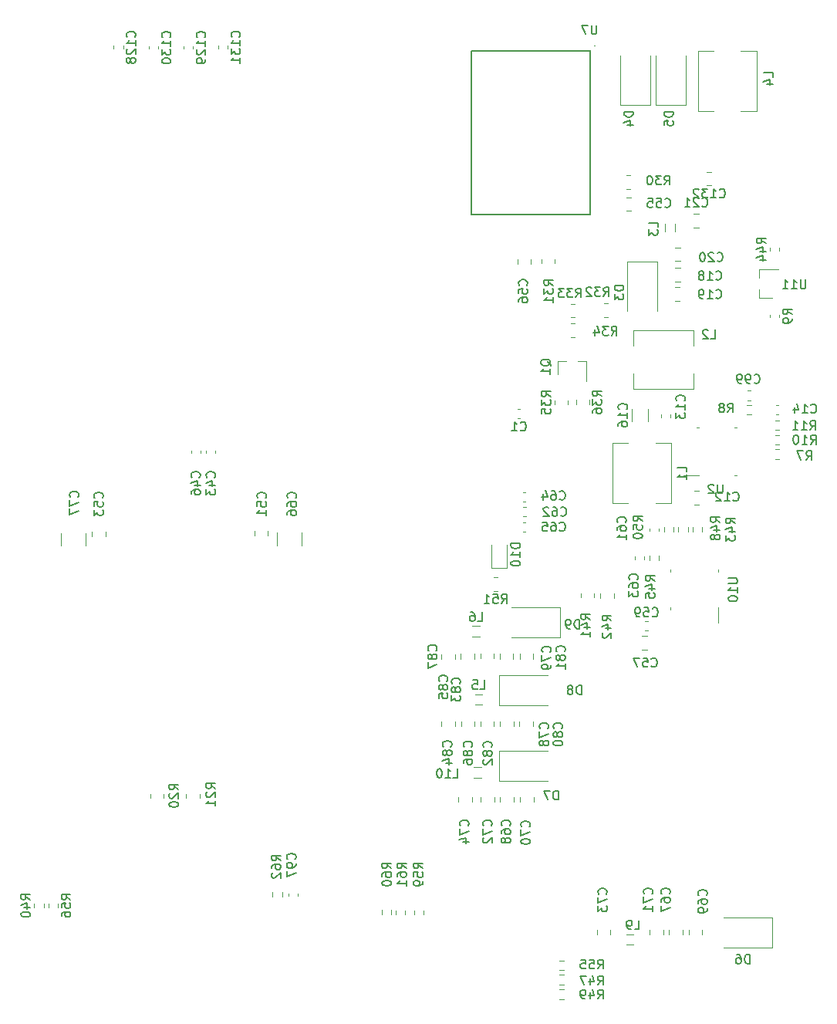
<source format=gbr>
G04 #@! TF.GenerationSoftware,KiCad,Pcbnew,5.1.9*
G04 #@! TF.CreationDate,2021-07-18T09:26:32+08:00*
G04 #@! TF.ProjectId,digital-amplifier2,64696769-7461-46c2-9d61-6d706c696669,rev?*
G04 #@! TF.SameCoordinates,Original*
G04 #@! TF.FileFunction,Legend,Bot*
G04 #@! TF.FilePolarity,Positive*
%FSLAX46Y46*%
G04 Gerber Fmt 4.6, Leading zero omitted, Abs format (unit mm)*
G04 Created by KiCad (PCBNEW 5.1.9) date 2021-07-18 09:26:32*
%MOMM*%
%LPD*%
G01*
G04 APERTURE LIST*
%ADD10C,0.120000*%
%ADD11C,0.150000*%
G04 APERTURE END LIST*
D10*
X186053000Y-133722500D02*
X186053000Y-134003660D01*
X187073000Y-133722500D02*
X187073000Y-134003660D01*
X187073000Y-141318860D02*
X187073000Y-141037700D01*
X186053000Y-141318860D02*
X186053000Y-141037700D01*
X158942160Y-164881780D02*
X159223320Y-164881780D01*
X158942160Y-163861780D02*
X159223320Y-163861780D01*
X158921840Y-161508660D02*
X159203000Y-161508660D01*
X158921840Y-160488660D02*
X159203000Y-160488660D01*
X158965020Y-163174900D02*
X159246180Y-163174900D01*
X158965020Y-162154900D02*
X159246180Y-162154900D01*
X158335100Y-152412160D02*
X158616260Y-152412160D01*
X158335100Y-151392160D02*
X158616260Y-151392160D01*
X133195600Y-204522460D02*
X133195600Y-204803620D01*
X134215600Y-204522460D02*
X134215600Y-204803620D01*
X183597940Y-150415720D02*
X183879100Y-150415720D01*
X183597940Y-149395720D02*
X183879100Y-149395720D01*
X172264800Y-167861860D02*
X172264800Y-167580700D01*
X171244800Y-167861860D02*
X171244800Y-167580700D01*
X173839600Y-164763060D02*
X173839600Y-164481900D01*
X172819600Y-164763060D02*
X172819600Y-164481900D01*
X172619280Y-174653480D02*
X172338120Y-174653480D01*
X172619280Y-175673480D02*
X172338120Y-175673480D01*
X186683740Y-151990520D02*
X186964900Y-151990520D01*
X186683740Y-150970520D02*
X186964900Y-150970520D01*
X175119760Y-152296740D02*
X175119760Y-152015580D01*
X174099760Y-152296740D02*
X174099760Y-152015580D01*
X126519400Y-111824380D02*
X126519400Y-111543220D01*
X125499400Y-111824380D02*
X125499400Y-111543220D01*
X118899400Y-111875180D02*
X118899400Y-111594020D01*
X117879400Y-111875180D02*
X117879400Y-111594020D01*
X122709400Y-111875180D02*
X122709400Y-111594020D01*
X121689400Y-111875180D02*
X121689400Y-111594020D01*
X115038600Y-111824380D02*
X115038600Y-111543220D01*
X114018600Y-111824380D02*
X114018600Y-111543220D01*
X122522520Y-155942420D02*
X122522520Y-156223580D01*
X123542520Y-155942420D02*
X123542520Y-156223580D01*
X124110020Y-155955120D02*
X124110020Y-156236280D01*
X125130020Y-155955120D02*
X125130020Y-156236280D01*
X155706076Y-169861560D02*
X156160204Y-169861560D01*
X155706076Y-171331560D02*
X156160204Y-171331560D01*
X157164140Y-168842820D02*
X155464140Y-168842820D01*
X155464140Y-168842820D02*
X155464140Y-166292820D01*
X157164140Y-168842820D02*
X157164140Y-166292820D01*
X184837800Y-139222600D02*
X186297800Y-139222600D01*
X184837800Y-136062600D02*
X186997800Y-136062600D01*
X184837800Y-136062600D02*
X184837800Y-136992600D01*
X184837800Y-139222600D02*
X184837800Y-138292600D01*
X156272020Y-192226200D02*
X161672020Y-192226200D01*
X156272020Y-188926200D02*
X161672020Y-188926200D01*
X156272020Y-192226200D02*
X156272020Y-188926200D01*
X154173762Y-176328000D02*
X153374518Y-176328000D01*
X154173762Y-175208000D02*
X153374518Y-175208000D01*
X154468402Y-183800680D02*
X153669158Y-183800680D01*
X154468402Y-182680680D02*
X153669158Y-182680680D01*
X163026300Y-173162960D02*
X157626300Y-173162960D01*
X163026300Y-176462960D02*
X157626300Y-176462960D01*
X163026300Y-173162960D02*
X163026300Y-176462960D01*
X156287260Y-183935640D02*
X161687260Y-183935640D01*
X156287260Y-180635640D02*
X161687260Y-180635640D01*
X156287260Y-183935640D02*
X156287260Y-180635640D01*
X151450980Y-178275348D02*
X151450980Y-178797852D01*
X149980980Y-178275348D02*
X149980980Y-178797852D01*
X153597915Y-185699148D02*
X153597915Y-186221652D01*
X152127915Y-185699148D02*
X152127915Y-186221652D01*
X153588700Y-178263748D02*
X153588700Y-178786252D01*
X152118700Y-178263748D02*
X152118700Y-178786252D01*
X151456060Y-185661668D02*
X151456060Y-186184172D01*
X149986060Y-185661668D02*
X149986060Y-186184172D01*
X155748660Y-178249948D02*
X155748660Y-178772452D01*
X154278660Y-178249948D02*
X154278660Y-178772452D01*
X155739770Y-185697228D02*
X155739770Y-186219732D01*
X154269770Y-185697228D02*
X154269770Y-186219732D01*
X160028560Y-178262648D02*
X160028560Y-178785152D01*
X158558560Y-178262648D02*
X158558560Y-178785152D01*
X160023480Y-185697228D02*
X160023480Y-186219732D01*
X158553480Y-185697228D02*
X158553480Y-186219732D01*
X157869560Y-178262648D02*
X157869560Y-178785152D01*
X156399560Y-178262648D02*
X156399560Y-178785152D01*
X157881625Y-185697228D02*
X157881625Y-186219732D01*
X156411625Y-185697228D02*
X156411625Y-186219732D01*
X110910200Y-164983848D02*
X110910200Y-166406352D01*
X108190200Y-164983848D02*
X108190200Y-166406352D01*
X134608400Y-164939928D02*
X134608400Y-166362432D01*
X131888400Y-164939928D02*
X131888400Y-166362432D01*
X106873780Y-206093598D02*
X106873780Y-205619082D01*
X107918780Y-206093598D02*
X107918780Y-205619082D01*
X106343980Y-205619582D02*
X106343980Y-206094098D01*
X105298980Y-205619582D02*
X105298980Y-206094098D01*
X162932342Y-211897700D02*
X163406858Y-211897700D01*
X162932342Y-212942700D02*
X163406858Y-212942700D01*
X162945042Y-215085400D02*
X163419558Y-215085400D01*
X162945042Y-216130400D02*
X163419558Y-216130400D01*
X162932342Y-213485200D02*
X163406858Y-213485200D01*
X162932342Y-214530200D02*
X163406858Y-214530200D01*
X164146496Y-142000300D02*
X164600624Y-142000300D01*
X164146496Y-143470300D02*
X164600624Y-143470300D01*
X131455900Y-204400382D02*
X131455900Y-204874898D01*
X132500900Y-204400382D02*
X132500900Y-204874898D01*
X144978860Y-206858898D02*
X144978860Y-206384382D01*
X146023860Y-206858898D02*
X146023860Y-206384382D01*
X143409140Y-206843658D02*
X143409140Y-206369142D01*
X144454140Y-206843658D02*
X144454140Y-206369142D01*
X146960060Y-206853818D02*
X146960060Y-206379302D01*
X148005060Y-206853818D02*
X148005060Y-206379302D01*
X179113548Y-126830760D02*
X179636052Y-126830760D01*
X179113548Y-125360760D02*
X179636052Y-125360760D01*
X172695280Y-151358548D02*
X172695280Y-152781052D01*
X170875280Y-151358548D02*
X170875280Y-152781052D01*
X175452300Y-164359822D02*
X175452300Y-164834338D01*
X174407300Y-164359822D02*
X174407300Y-164834338D01*
X175982100Y-164834338D02*
X175982100Y-164359822D01*
X177027100Y-164834338D02*
X177027100Y-164359822D01*
X172832500Y-167946338D02*
X172832500Y-167471822D01*
X173877500Y-167946338D02*
X173877500Y-167471822D01*
X177556900Y-164834338D02*
X177556900Y-164359822D01*
X178601900Y-164834338D02*
X178601900Y-164359822D01*
X187074578Y-153704820D02*
X186600062Y-153704820D01*
X187074578Y-152659820D02*
X186600062Y-152659820D01*
X186587862Y-154234620D02*
X187062378Y-154234620D01*
X186587862Y-155279620D02*
X187062378Y-155279620D01*
X183501262Y-150958020D02*
X183975778Y-150958020D01*
X183501262Y-152003020D02*
X183975778Y-152003020D01*
X186600062Y-155809420D02*
X187074578Y-155809420D01*
X186600062Y-156854420D02*
X187074578Y-156854420D01*
X178150920Y-118682040D02*
X179850920Y-118682040D01*
X178150920Y-112082040D02*
X178150920Y-118682040D01*
X179850920Y-112082040D02*
X178150920Y-112082040D01*
X184550920Y-112082040D02*
X182850920Y-112082040D01*
X184550920Y-118682040D02*
X184550920Y-112082040D01*
X182850920Y-118682040D02*
X184550920Y-118682040D01*
X180333800Y-173136664D02*
X180333800Y-174851080D01*
X180333800Y-169265496D02*
X180333800Y-169001080D01*
X175113800Y-173136664D02*
X175113800Y-173401080D01*
X175113800Y-169265496D02*
X175113800Y-169001080D01*
D11*
X166270940Y-112029240D02*
X166270940Y-130040380D01*
X166270940Y-130040380D02*
X153278560Y-130040380D01*
X153278560Y-130040380D02*
X153278560Y-112064800D01*
X153278560Y-112064800D02*
X166255700Y-112064800D01*
X166776400Y-111521240D02*
X166773860Y-111523780D01*
D10*
X178246936Y-158662520D02*
X176532520Y-158662520D01*
X182118104Y-158662520D02*
X182382520Y-158662520D01*
X178246936Y-153442520D02*
X177982520Y-153442520D01*
X182118104Y-153442520D02*
X182382520Y-153442520D01*
X167423160Y-172103784D02*
X167423160Y-171649656D01*
X168893160Y-172103784D02*
X168893160Y-171649656D01*
X166744320Y-171619176D02*
X166744320Y-172073304D01*
X165274320Y-171619176D02*
X165274320Y-172073304D01*
X164738380Y-150859224D02*
X164738380Y-150405096D01*
X166208380Y-150859224D02*
X166208380Y-150405096D01*
X163886820Y-150435576D02*
X163886820Y-150889704D01*
X162416820Y-150435576D02*
X162416820Y-150889704D01*
X164161736Y-139846380D02*
X164615864Y-139846380D01*
X164161736Y-141316380D02*
X164615864Y-141316380D01*
X168281084Y-141293520D02*
X167826956Y-141293520D01*
X168281084Y-139823520D02*
X167826956Y-139823520D01*
X160971560Y-134951736D02*
X160971560Y-135405864D01*
X162441560Y-134951736D02*
X162441560Y-135405864D01*
X170283136Y-125751920D02*
X170737264Y-125751920D01*
X170283136Y-127221920D02*
X170737264Y-127221920D01*
X121957160Y-194054464D02*
X121957160Y-193600336D01*
X123427160Y-194054464D02*
X123427160Y-193600336D01*
X118004920Y-194054464D02*
X118004920Y-193600336D01*
X119474920Y-194054464D02*
X119474920Y-193600336D01*
X162747840Y-146140900D02*
X162747840Y-147600900D01*
X165907840Y-146140900D02*
X165907840Y-148300900D01*
X165907840Y-146140900D02*
X164977840Y-146140900D01*
X162747840Y-146140900D02*
X163677840Y-146140900D01*
X154356642Y-191827080D02*
X153557398Y-191827080D01*
X154356642Y-190707080D02*
X153557398Y-190707080D01*
X171074922Y-210186200D02*
X170275678Y-210186200D01*
X171074922Y-209066200D02*
X170275678Y-209066200D01*
X174476480Y-131885262D02*
X174476480Y-131086018D01*
X175596480Y-131885262D02*
X175596480Y-131086018D01*
X177681160Y-149183960D02*
X177681160Y-147483960D01*
X171081160Y-149183960D02*
X177681160Y-149183960D01*
X171081160Y-147483960D02*
X171081160Y-149183960D01*
X171081160Y-142783960D02*
X171081160Y-144483960D01*
X177681160Y-142783960D02*
X171081160Y-142783960D01*
X177681160Y-144483960D02*
X177681160Y-142783960D01*
X175168160Y-155129960D02*
X173468160Y-155129960D01*
X175168160Y-161729960D02*
X175168160Y-155129960D01*
X173468160Y-161729960D02*
X175168160Y-161729960D01*
X168768160Y-161729960D02*
X170468160Y-161729960D01*
X168768160Y-155129960D02*
X168768160Y-161729960D01*
X170468160Y-155129960D02*
X168768160Y-155129960D01*
X186313020Y-207216740D02*
X180913020Y-207216740D01*
X186313020Y-210516740D02*
X180913020Y-210516740D01*
X186313020Y-207216740D02*
X186313020Y-210516740D01*
X176818560Y-118050520D02*
X176818560Y-112650520D01*
X173518560Y-118050520D02*
X173518560Y-112650520D01*
X176818560Y-118050520D02*
X173518560Y-118050520D01*
X172906960Y-118050520D02*
X172906960Y-112650520D01*
X169606960Y-118050520D02*
X169606960Y-112650520D01*
X172906960Y-118050520D02*
X169606960Y-118050520D01*
X170379120Y-135192560D02*
X170379120Y-140592560D01*
X173679120Y-135192560D02*
X173679120Y-140592560D01*
X170379120Y-135192560D02*
X173679120Y-135192560D01*
X153320420Y-193957308D02*
X153320420Y-194479812D01*
X151850420Y-193957308D02*
X151850420Y-194479812D01*
X167024380Y-209067032D02*
X167024380Y-208544528D01*
X168494380Y-209067032D02*
X168494380Y-208544528D01*
X155779140Y-193962388D02*
X155779140Y-194484892D01*
X154309140Y-193962388D02*
X154309140Y-194484892D01*
X172856220Y-209077192D02*
X172856220Y-208554688D01*
X174326220Y-209077192D02*
X174326220Y-208554688D01*
X160084440Y-193962388D02*
X160084440Y-194484892D01*
X158614440Y-193962388D02*
X158614440Y-194484892D01*
X177136120Y-209077192D02*
X177136120Y-208554688D01*
X178606120Y-209077192D02*
X178606120Y-208554688D01*
X157887340Y-193962388D02*
X157887340Y-194484892D01*
X156417340Y-193962388D02*
X156417340Y-194484892D01*
X174977120Y-209077192D02*
X174977120Y-208554688D01*
X176447120Y-209077192D02*
X176447120Y-208554688D01*
X172536752Y-177778080D02*
X172014248Y-177778080D01*
X172536752Y-176308080D02*
X172014248Y-176308080D01*
X159779640Y-134960728D02*
X159779640Y-135483232D01*
X158309640Y-134960728D02*
X158309640Y-135483232D01*
X170269268Y-128195400D02*
X170791772Y-128195400D01*
X170269268Y-129665400D02*
X170791772Y-129665400D01*
X113099520Y-164853988D02*
X113099520Y-165376492D01*
X111629520Y-164853988D02*
X111629520Y-165376492D01*
X130950640Y-164787908D02*
X130950640Y-165310412D01*
X129480640Y-164787908D02*
X129480640Y-165310412D01*
X177686068Y-129983560D02*
X178208572Y-129983560D01*
X177686068Y-131453560D02*
X178208572Y-131453560D01*
X175648988Y-133697040D02*
X176171492Y-133697040D01*
X175648988Y-135167040D02*
X176171492Y-135167040D01*
X175632188Y-138023840D02*
X176154692Y-138023840D01*
X175632188Y-139493840D02*
X176154692Y-139493840D01*
X175648988Y-135906840D02*
X176171492Y-135906840D01*
X175648988Y-137376840D02*
X176171492Y-137376840D01*
X177696228Y-160402600D02*
X178218732Y-160402600D01*
X177696228Y-161872600D02*
X178218732Y-161872600D01*
D11*
X185585380Y-133220222D02*
X185109190Y-132886889D01*
X185585380Y-132648794D02*
X184585380Y-132648794D01*
X184585380Y-133029746D01*
X184633000Y-133124984D01*
X184680619Y-133172603D01*
X184775857Y-133220222D01*
X184918714Y-133220222D01*
X185013952Y-133172603D01*
X185061571Y-133124984D01*
X185109190Y-133029746D01*
X185109190Y-132648794D01*
X184918714Y-134077365D02*
X185585380Y-134077365D01*
X184537761Y-133839270D02*
X185252047Y-133601175D01*
X185252047Y-134220222D01*
X184918714Y-135029746D02*
X185585380Y-135029746D01*
X184537761Y-134791651D02*
X185252047Y-134553556D01*
X185252047Y-135172603D01*
X188445380Y-141011613D02*
X187969190Y-140678280D01*
X188445380Y-140440184D02*
X187445380Y-140440184D01*
X187445380Y-140821137D01*
X187493000Y-140916375D01*
X187540619Y-140963994D01*
X187635857Y-141011613D01*
X187778714Y-141011613D01*
X187873952Y-140963994D01*
X187921571Y-140916375D01*
X187969190Y-140821137D01*
X187969190Y-140440184D01*
X188445380Y-141487803D02*
X188445380Y-141678280D01*
X188397761Y-141773518D01*
X188350142Y-141821137D01*
X188207285Y-141916375D01*
X188016809Y-141963994D01*
X187635857Y-141963994D01*
X187540619Y-141916375D01*
X187493000Y-141868756D01*
X187445380Y-141773518D01*
X187445380Y-141583041D01*
X187493000Y-141487803D01*
X187540619Y-141440184D01*
X187635857Y-141392565D01*
X187873952Y-141392565D01*
X187969190Y-141440184D01*
X188016809Y-141487803D01*
X188064428Y-141583041D01*
X188064428Y-141773518D01*
X188016809Y-141868756D01*
X187969190Y-141916375D01*
X187873952Y-141963994D01*
X162948857Y-164695142D02*
X162996476Y-164742761D01*
X163139333Y-164790380D01*
X163234571Y-164790380D01*
X163377428Y-164742761D01*
X163472666Y-164647523D01*
X163520285Y-164552285D01*
X163567904Y-164361809D01*
X163567904Y-164218952D01*
X163520285Y-164028476D01*
X163472666Y-163933238D01*
X163377428Y-163838000D01*
X163234571Y-163790380D01*
X163139333Y-163790380D01*
X162996476Y-163838000D01*
X162948857Y-163885619D01*
X162091714Y-163790380D02*
X162282190Y-163790380D01*
X162377428Y-163838000D01*
X162425047Y-163885619D01*
X162520285Y-164028476D01*
X162567904Y-164218952D01*
X162567904Y-164599904D01*
X162520285Y-164695142D01*
X162472666Y-164742761D01*
X162377428Y-164790380D01*
X162186952Y-164790380D01*
X162091714Y-164742761D01*
X162044095Y-164695142D01*
X161996476Y-164599904D01*
X161996476Y-164361809D01*
X162044095Y-164266571D01*
X162091714Y-164218952D01*
X162186952Y-164171333D01*
X162377428Y-164171333D01*
X162472666Y-164218952D01*
X162520285Y-164266571D01*
X162567904Y-164361809D01*
X161091714Y-163790380D02*
X161567904Y-163790380D01*
X161615523Y-164266571D01*
X161567904Y-164218952D01*
X161472666Y-164171333D01*
X161234571Y-164171333D01*
X161139333Y-164218952D01*
X161091714Y-164266571D01*
X161044095Y-164361809D01*
X161044095Y-164599904D01*
X161091714Y-164695142D01*
X161139333Y-164742761D01*
X161234571Y-164790380D01*
X161472666Y-164790380D01*
X161567904Y-164742761D01*
X161615523Y-164695142D01*
X162948857Y-161266142D02*
X162996476Y-161313761D01*
X163139333Y-161361380D01*
X163234571Y-161361380D01*
X163377428Y-161313761D01*
X163472666Y-161218523D01*
X163520285Y-161123285D01*
X163567904Y-160932809D01*
X163567904Y-160789952D01*
X163520285Y-160599476D01*
X163472666Y-160504238D01*
X163377428Y-160409000D01*
X163234571Y-160361380D01*
X163139333Y-160361380D01*
X162996476Y-160409000D01*
X162948857Y-160456619D01*
X162091714Y-160361380D02*
X162282190Y-160361380D01*
X162377428Y-160409000D01*
X162425047Y-160456619D01*
X162520285Y-160599476D01*
X162567904Y-160789952D01*
X162567904Y-161170904D01*
X162520285Y-161266142D01*
X162472666Y-161313761D01*
X162377428Y-161361380D01*
X162186952Y-161361380D01*
X162091714Y-161313761D01*
X162044095Y-161266142D01*
X161996476Y-161170904D01*
X161996476Y-160932809D01*
X162044095Y-160837571D01*
X162091714Y-160789952D01*
X162186952Y-160742333D01*
X162377428Y-160742333D01*
X162472666Y-160789952D01*
X162520285Y-160837571D01*
X162567904Y-160932809D01*
X161139333Y-160694714D02*
X161139333Y-161361380D01*
X161377428Y-160313761D02*
X161615523Y-161028047D01*
X160996476Y-161028047D01*
X163075857Y-163044142D02*
X163123476Y-163091761D01*
X163266333Y-163139380D01*
X163361571Y-163139380D01*
X163504428Y-163091761D01*
X163599666Y-162996523D01*
X163647285Y-162901285D01*
X163694904Y-162710809D01*
X163694904Y-162567952D01*
X163647285Y-162377476D01*
X163599666Y-162282238D01*
X163504428Y-162187000D01*
X163361571Y-162139380D01*
X163266333Y-162139380D01*
X163123476Y-162187000D01*
X163075857Y-162234619D01*
X162218714Y-162139380D02*
X162409190Y-162139380D01*
X162504428Y-162187000D01*
X162552047Y-162234619D01*
X162647285Y-162377476D01*
X162694904Y-162567952D01*
X162694904Y-162948904D01*
X162647285Y-163044142D01*
X162599666Y-163091761D01*
X162504428Y-163139380D01*
X162313952Y-163139380D01*
X162218714Y-163091761D01*
X162171095Y-163044142D01*
X162123476Y-162948904D01*
X162123476Y-162710809D01*
X162171095Y-162615571D01*
X162218714Y-162567952D01*
X162313952Y-162520333D01*
X162504428Y-162520333D01*
X162599666Y-162567952D01*
X162647285Y-162615571D01*
X162694904Y-162710809D01*
X161742523Y-162234619D02*
X161694904Y-162187000D01*
X161599666Y-162139380D01*
X161361571Y-162139380D01*
X161266333Y-162187000D01*
X161218714Y-162234619D01*
X161171095Y-162329857D01*
X161171095Y-162425095D01*
X161218714Y-162567952D01*
X161790142Y-163139380D01*
X161171095Y-163139380D01*
X158642346Y-153689302D02*
X158689965Y-153736921D01*
X158832822Y-153784540D01*
X158928060Y-153784540D01*
X159070918Y-153736921D01*
X159166156Y-153641683D01*
X159213775Y-153546445D01*
X159261394Y-153355969D01*
X159261394Y-153213112D01*
X159213775Y-153022636D01*
X159166156Y-152927398D01*
X159070918Y-152832160D01*
X158928060Y-152784540D01*
X158832822Y-152784540D01*
X158689965Y-152832160D01*
X158642346Y-152879779D01*
X157689965Y-153784540D02*
X158261394Y-153784540D01*
X157975680Y-153784540D02*
X157975680Y-152784540D01*
X158070918Y-152927398D01*
X158166156Y-153022636D01*
X158261394Y-153070255D01*
X133910342Y-200781682D02*
X133957961Y-200734063D01*
X134005580Y-200591206D01*
X134005580Y-200495968D01*
X133957961Y-200353111D01*
X133862723Y-200257873D01*
X133767485Y-200210254D01*
X133577009Y-200162635D01*
X133434152Y-200162635D01*
X133243676Y-200210254D01*
X133148438Y-200257873D01*
X133053200Y-200353111D01*
X133005580Y-200495968D01*
X133005580Y-200591206D01*
X133053200Y-200734063D01*
X133100819Y-200781682D01*
X134005580Y-201257873D02*
X134005580Y-201448349D01*
X133957961Y-201543587D01*
X133910342Y-201591206D01*
X133767485Y-201686444D01*
X133577009Y-201734063D01*
X133196057Y-201734063D01*
X133100819Y-201686444D01*
X133053200Y-201638825D01*
X133005580Y-201543587D01*
X133005580Y-201353111D01*
X133053200Y-201257873D01*
X133100819Y-201210254D01*
X133196057Y-201162635D01*
X133434152Y-201162635D01*
X133529390Y-201210254D01*
X133577009Y-201257873D01*
X133624628Y-201353111D01*
X133624628Y-201543587D01*
X133577009Y-201638825D01*
X133529390Y-201686444D01*
X133434152Y-201734063D01*
X133005580Y-202067397D02*
X133005580Y-202734063D01*
X134005580Y-202305492D01*
X184305177Y-148484862D02*
X184352796Y-148532481D01*
X184495653Y-148580100D01*
X184590891Y-148580100D01*
X184733748Y-148532481D01*
X184828986Y-148437243D01*
X184876605Y-148342005D01*
X184924224Y-148151529D01*
X184924224Y-148008672D01*
X184876605Y-147818196D01*
X184828986Y-147722958D01*
X184733748Y-147627720D01*
X184590891Y-147580100D01*
X184495653Y-147580100D01*
X184352796Y-147627720D01*
X184305177Y-147675339D01*
X183828986Y-148580100D02*
X183638510Y-148580100D01*
X183543272Y-148532481D01*
X183495653Y-148484862D01*
X183400415Y-148342005D01*
X183352796Y-148151529D01*
X183352796Y-147770577D01*
X183400415Y-147675339D01*
X183448034Y-147627720D01*
X183543272Y-147580100D01*
X183733748Y-147580100D01*
X183828986Y-147627720D01*
X183876605Y-147675339D01*
X183924224Y-147770577D01*
X183924224Y-148008672D01*
X183876605Y-148103910D01*
X183828986Y-148151529D01*
X183733748Y-148199148D01*
X183543272Y-148199148D01*
X183448034Y-148151529D01*
X183400415Y-148103910D01*
X183352796Y-148008672D01*
X182876605Y-148580100D02*
X182686129Y-148580100D01*
X182590891Y-148532481D01*
X182543272Y-148484862D01*
X182448034Y-148342005D01*
X182400415Y-148151529D01*
X182400415Y-147770577D01*
X182448034Y-147675339D01*
X182495653Y-147627720D01*
X182590891Y-147580100D01*
X182781367Y-147580100D01*
X182876605Y-147627720D01*
X182924224Y-147675339D01*
X182971843Y-147770577D01*
X182971843Y-148008672D01*
X182924224Y-148103910D01*
X182876605Y-148151529D01*
X182781367Y-148199148D01*
X182590891Y-148199148D01*
X182495653Y-148151529D01*
X182448034Y-148103910D01*
X182400415Y-148008672D01*
X171464242Y-170088322D02*
X171511861Y-170040703D01*
X171559480Y-169897846D01*
X171559480Y-169802608D01*
X171511861Y-169659751D01*
X171416623Y-169564513D01*
X171321385Y-169516894D01*
X171130909Y-169469275D01*
X170988052Y-169469275D01*
X170797576Y-169516894D01*
X170702338Y-169564513D01*
X170607100Y-169659751D01*
X170559480Y-169802608D01*
X170559480Y-169897846D01*
X170607100Y-170040703D01*
X170654719Y-170088322D01*
X170559480Y-170945465D02*
X170559480Y-170754989D01*
X170607100Y-170659751D01*
X170654719Y-170612132D01*
X170797576Y-170516894D01*
X170988052Y-170469275D01*
X171369004Y-170469275D01*
X171464242Y-170516894D01*
X171511861Y-170564513D01*
X171559480Y-170659751D01*
X171559480Y-170850227D01*
X171511861Y-170945465D01*
X171464242Y-170993084D01*
X171369004Y-171040703D01*
X171130909Y-171040703D01*
X171035671Y-170993084D01*
X170988052Y-170945465D01*
X170940433Y-170850227D01*
X170940433Y-170659751D01*
X170988052Y-170564513D01*
X171035671Y-170516894D01*
X171130909Y-170469275D01*
X170559480Y-171374037D02*
X170559480Y-171993084D01*
X170940433Y-171659751D01*
X170940433Y-171802608D01*
X170988052Y-171897846D01*
X171035671Y-171945465D01*
X171130909Y-171993084D01*
X171369004Y-171993084D01*
X171464242Y-171945465D01*
X171511861Y-171897846D01*
X171559480Y-171802608D01*
X171559480Y-171516894D01*
X171511861Y-171421656D01*
X171464242Y-171374037D01*
X170156142Y-163822142D02*
X170203761Y-163774523D01*
X170251380Y-163631666D01*
X170251380Y-163536428D01*
X170203761Y-163393571D01*
X170108523Y-163298333D01*
X170013285Y-163250714D01*
X169822809Y-163203095D01*
X169679952Y-163203095D01*
X169489476Y-163250714D01*
X169394238Y-163298333D01*
X169299000Y-163393571D01*
X169251380Y-163536428D01*
X169251380Y-163631666D01*
X169299000Y-163774523D01*
X169346619Y-163822142D01*
X169251380Y-164679285D02*
X169251380Y-164488809D01*
X169299000Y-164393571D01*
X169346619Y-164345952D01*
X169489476Y-164250714D01*
X169679952Y-164203095D01*
X170060904Y-164203095D01*
X170156142Y-164250714D01*
X170203761Y-164298333D01*
X170251380Y-164393571D01*
X170251380Y-164584047D01*
X170203761Y-164679285D01*
X170156142Y-164726904D01*
X170060904Y-164774523D01*
X169822809Y-164774523D01*
X169727571Y-164726904D01*
X169679952Y-164679285D01*
X169632333Y-164584047D01*
X169632333Y-164393571D01*
X169679952Y-164298333D01*
X169727571Y-164250714D01*
X169822809Y-164203095D01*
X170251380Y-165726904D02*
X170251380Y-165155476D01*
X170251380Y-165441190D02*
X169251380Y-165441190D01*
X169394238Y-165345952D01*
X169489476Y-165250714D01*
X169537095Y-165155476D01*
X173121557Y-174090622D02*
X173169176Y-174138241D01*
X173312033Y-174185860D01*
X173407271Y-174185860D01*
X173550128Y-174138241D01*
X173645366Y-174043003D01*
X173692985Y-173947765D01*
X173740604Y-173757289D01*
X173740604Y-173614432D01*
X173692985Y-173423956D01*
X173645366Y-173328718D01*
X173550128Y-173233480D01*
X173407271Y-173185860D01*
X173312033Y-173185860D01*
X173169176Y-173233480D01*
X173121557Y-173281099D01*
X172216795Y-173185860D02*
X172692985Y-173185860D01*
X172740604Y-173662051D01*
X172692985Y-173614432D01*
X172597747Y-173566813D01*
X172359652Y-173566813D01*
X172264414Y-173614432D01*
X172216795Y-173662051D01*
X172169176Y-173757289D01*
X172169176Y-173995384D01*
X172216795Y-174090622D01*
X172264414Y-174138241D01*
X172359652Y-174185860D01*
X172597747Y-174185860D01*
X172692985Y-174138241D01*
X172740604Y-174090622D01*
X171692985Y-174185860D02*
X171502509Y-174185860D01*
X171407271Y-174138241D01*
X171359652Y-174090622D01*
X171264414Y-173947765D01*
X171216795Y-173757289D01*
X171216795Y-173376337D01*
X171264414Y-173281099D01*
X171312033Y-173233480D01*
X171407271Y-173185860D01*
X171597747Y-173185860D01*
X171692985Y-173233480D01*
X171740604Y-173281099D01*
X171788223Y-173376337D01*
X171788223Y-173614432D01*
X171740604Y-173709670D01*
X171692985Y-173757289D01*
X171597747Y-173804908D01*
X171407271Y-173804908D01*
X171312033Y-173757289D01*
X171264414Y-173709670D01*
X171216795Y-173614432D01*
X190528177Y-151748762D02*
X190575796Y-151796381D01*
X190718653Y-151844000D01*
X190813891Y-151844000D01*
X190956748Y-151796381D01*
X191051986Y-151701143D01*
X191099605Y-151605905D01*
X191147224Y-151415429D01*
X191147224Y-151272572D01*
X191099605Y-151082096D01*
X191051986Y-150986858D01*
X190956748Y-150891620D01*
X190813891Y-150844000D01*
X190718653Y-150844000D01*
X190575796Y-150891620D01*
X190528177Y-150939239D01*
X189575796Y-151844000D02*
X190147224Y-151844000D01*
X189861510Y-151844000D02*
X189861510Y-150844000D01*
X189956748Y-150986858D01*
X190051986Y-151082096D01*
X190147224Y-151129715D01*
X188718653Y-151177334D02*
X188718653Y-151844000D01*
X188956748Y-150796381D02*
X189194843Y-151510667D01*
X188575796Y-151510667D01*
X176633142Y-150487142D02*
X176680761Y-150439523D01*
X176728380Y-150296666D01*
X176728380Y-150201428D01*
X176680761Y-150058571D01*
X176585523Y-149963333D01*
X176490285Y-149915714D01*
X176299809Y-149868095D01*
X176156952Y-149868095D01*
X175966476Y-149915714D01*
X175871238Y-149963333D01*
X175776000Y-150058571D01*
X175728380Y-150201428D01*
X175728380Y-150296666D01*
X175776000Y-150439523D01*
X175823619Y-150487142D01*
X176728380Y-151439523D02*
X176728380Y-150868095D01*
X176728380Y-151153809D02*
X175728380Y-151153809D01*
X175871238Y-151058571D01*
X175966476Y-150963333D01*
X176014095Y-150868095D01*
X175728380Y-151772857D02*
X175728380Y-152391904D01*
X176109333Y-152058571D01*
X176109333Y-152201428D01*
X176156952Y-152296666D01*
X176204571Y-152344285D01*
X176299809Y-152391904D01*
X176537904Y-152391904D01*
X176633142Y-152344285D01*
X176680761Y-152296666D01*
X176728380Y-152201428D01*
X176728380Y-151915714D01*
X176680761Y-151820476D01*
X176633142Y-151772857D01*
X127796542Y-110564752D02*
X127844161Y-110517133D01*
X127891780Y-110374276D01*
X127891780Y-110279038D01*
X127844161Y-110136180D01*
X127748923Y-110040942D01*
X127653685Y-109993323D01*
X127463209Y-109945704D01*
X127320352Y-109945704D01*
X127129876Y-109993323D01*
X127034638Y-110040942D01*
X126939400Y-110136180D01*
X126891780Y-110279038D01*
X126891780Y-110374276D01*
X126939400Y-110517133D01*
X126987019Y-110564752D01*
X127891780Y-111517133D02*
X127891780Y-110945704D01*
X127891780Y-111231419D02*
X126891780Y-111231419D01*
X127034638Y-111136180D01*
X127129876Y-111040942D01*
X127177495Y-110945704D01*
X126891780Y-111850466D02*
X126891780Y-112469514D01*
X127272733Y-112136180D01*
X127272733Y-112279038D01*
X127320352Y-112374276D01*
X127367971Y-112421895D01*
X127463209Y-112469514D01*
X127701304Y-112469514D01*
X127796542Y-112421895D01*
X127844161Y-112374276D01*
X127891780Y-112279038D01*
X127891780Y-111993323D01*
X127844161Y-111898085D01*
X127796542Y-111850466D01*
X127891780Y-113421895D02*
X127891780Y-112850466D01*
X127891780Y-113136180D02*
X126891780Y-113136180D01*
X127034638Y-113040942D01*
X127129876Y-112945704D01*
X127177495Y-112850466D01*
X120176542Y-110615552D02*
X120224161Y-110567933D01*
X120271780Y-110425076D01*
X120271780Y-110329838D01*
X120224161Y-110186980D01*
X120128923Y-110091742D01*
X120033685Y-110044123D01*
X119843209Y-109996504D01*
X119700352Y-109996504D01*
X119509876Y-110044123D01*
X119414638Y-110091742D01*
X119319400Y-110186980D01*
X119271780Y-110329838D01*
X119271780Y-110425076D01*
X119319400Y-110567933D01*
X119367019Y-110615552D01*
X120271780Y-111567933D02*
X120271780Y-110996504D01*
X120271780Y-111282219D02*
X119271780Y-111282219D01*
X119414638Y-111186980D01*
X119509876Y-111091742D01*
X119557495Y-110996504D01*
X119271780Y-111901266D02*
X119271780Y-112520314D01*
X119652733Y-112186980D01*
X119652733Y-112329838D01*
X119700352Y-112425076D01*
X119747971Y-112472695D01*
X119843209Y-112520314D01*
X120081304Y-112520314D01*
X120176542Y-112472695D01*
X120224161Y-112425076D01*
X120271780Y-112329838D01*
X120271780Y-112044123D01*
X120224161Y-111948885D01*
X120176542Y-111901266D01*
X119271780Y-113139361D02*
X119271780Y-113234600D01*
X119319400Y-113329838D01*
X119367019Y-113377457D01*
X119462257Y-113425076D01*
X119652733Y-113472695D01*
X119890828Y-113472695D01*
X120081304Y-113425076D01*
X120176542Y-113377457D01*
X120224161Y-113329838D01*
X120271780Y-113234600D01*
X120271780Y-113139361D01*
X120224161Y-113044123D01*
X120176542Y-112996504D01*
X120081304Y-112948885D01*
X119890828Y-112901266D01*
X119652733Y-112901266D01*
X119462257Y-112948885D01*
X119367019Y-112996504D01*
X119319400Y-113044123D01*
X119271780Y-113139361D01*
X123986542Y-110615552D02*
X124034161Y-110567933D01*
X124081780Y-110425076D01*
X124081780Y-110329838D01*
X124034161Y-110186980D01*
X123938923Y-110091742D01*
X123843685Y-110044123D01*
X123653209Y-109996504D01*
X123510352Y-109996504D01*
X123319876Y-110044123D01*
X123224638Y-110091742D01*
X123129400Y-110186980D01*
X123081780Y-110329838D01*
X123081780Y-110425076D01*
X123129400Y-110567933D01*
X123177019Y-110615552D01*
X124081780Y-111567933D02*
X124081780Y-110996504D01*
X124081780Y-111282219D02*
X123081780Y-111282219D01*
X123224638Y-111186980D01*
X123319876Y-111091742D01*
X123367495Y-110996504D01*
X123177019Y-111948885D02*
X123129400Y-111996504D01*
X123081780Y-112091742D01*
X123081780Y-112329838D01*
X123129400Y-112425076D01*
X123177019Y-112472695D01*
X123272257Y-112520314D01*
X123367495Y-112520314D01*
X123510352Y-112472695D01*
X124081780Y-111901266D01*
X124081780Y-112520314D01*
X124081780Y-112996504D02*
X124081780Y-113186980D01*
X124034161Y-113282219D01*
X123986542Y-113329838D01*
X123843685Y-113425076D01*
X123653209Y-113472695D01*
X123272257Y-113472695D01*
X123177019Y-113425076D01*
X123129400Y-113377457D01*
X123081780Y-113282219D01*
X123081780Y-113091742D01*
X123129400Y-112996504D01*
X123177019Y-112948885D01*
X123272257Y-112901266D01*
X123510352Y-112901266D01*
X123605590Y-112948885D01*
X123653209Y-112996504D01*
X123700828Y-113091742D01*
X123700828Y-113282219D01*
X123653209Y-113377457D01*
X123605590Y-113425076D01*
X123510352Y-113472695D01*
X116315742Y-110564752D02*
X116363361Y-110517133D01*
X116410980Y-110374276D01*
X116410980Y-110279038D01*
X116363361Y-110136180D01*
X116268123Y-110040942D01*
X116172885Y-109993323D01*
X115982409Y-109945704D01*
X115839552Y-109945704D01*
X115649076Y-109993323D01*
X115553838Y-110040942D01*
X115458600Y-110136180D01*
X115410980Y-110279038D01*
X115410980Y-110374276D01*
X115458600Y-110517133D01*
X115506219Y-110564752D01*
X116410980Y-111517133D02*
X116410980Y-110945704D01*
X116410980Y-111231419D02*
X115410980Y-111231419D01*
X115553838Y-111136180D01*
X115649076Y-111040942D01*
X115696695Y-110945704D01*
X115506219Y-111898085D02*
X115458600Y-111945704D01*
X115410980Y-112040942D01*
X115410980Y-112279038D01*
X115458600Y-112374276D01*
X115506219Y-112421895D01*
X115601457Y-112469514D01*
X115696695Y-112469514D01*
X115839552Y-112421895D01*
X116410980Y-111850466D01*
X116410980Y-112469514D01*
X115839552Y-113040942D02*
X115791933Y-112945704D01*
X115744314Y-112898085D01*
X115649076Y-112850466D01*
X115601457Y-112850466D01*
X115506219Y-112898085D01*
X115458600Y-112945704D01*
X115410980Y-113040942D01*
X115410980Y-113231419D01*
X115458600Y-113326657D01*
X115506219Y-113374276D01*
X115601457Y-113421895D01*
X115649076Y-113421895D01*
X115744314Y-113374276D01*
X115791933Y-113326657D01*
X115839552Y-113231419D01*
X115839552Y-113040942D01*
X115887171Y-112945704D01*
X115934790Y-112898085D01*
X116030028Y-112850466D01*
X116220504Y-112850466D01*
X116315742Y-112898085D01*
X116363361Y-112945704D01*
X116410980Y-113040942D01*
X116410980Y-113231419D01*
X116363361Y-113326657D01*
X116315742Y-113374276D01*
X116220504Y-113421895D01*
X116030028Y-113421895D01*
X115934790Y-113374276D01*
X115887171Y-113326657D01*
X115839552Y-113231419D01*
X123415062Y-158894542D02*
X123462681Y-158846923D01*
X123510300Y-158704066D01*
X123510300Y-158608828D01*
X123462681Y-158465971D01*
X123367443Y-158370733D01*
X123272205Y-158323114D01*
X123081729Y-158275495D01*
X122938872Y-158275495D01*
X122748396Y-158323114D01*
X122653158Y-158370733D01*
X122557920Y-158465971D01*
X122510300Y-158608828D01*
X122510300Y-158704066D01*
X122557920Y-158846923D01*
X122605539Y-158894542D01*
X122843634Y-159751685D02*
X123510300Y-159751685D01*
X122462681Y-159513590D02*
X123176967Y-159275495D01*
X123176967Y-159894542D01*
X122510300Y-160704066D02*
X122510300Y-160513590D01*
X122557920Y-160418352D01*
X122605539Y-160370733D01*
X122748396Y-160275495D01*
X122938872Y-160227876D01*
X123319824Y-160227876D01*
X123415062Y-160275495D01*
X123462681Y-160323114D01*
X123510300Y-160418352D01*
X123510300Y-160608828D01*
X123462681Y-160704066D01*
X123415062Y-160751685D01*
X123319824Y-160799304D01*
X123081729Y-160799304D01*
X122986491Y-160751685D01*
X122938872Y-160704066D01*
X122891253Y-160608828D01*
X122891253Y-160418352D01*
X122938872Y-160323114D01*
X122986491Y-160275495D01*
X123081729Y-160227876D01*
X125066062Y-158894542D02*
X125113681Y-158846923D01*
X125161300Y-158704066D01*
X125161300Y-158608828D01*
X125113681Y-158465971D01*
X125018443Y-158370733D01*
X124923205Y-158323114D01*
X124732729Y-158275495D01*
X124589872Y-158275495D01*
X124399396Y-158323114D01*
X124304158Y-158370733D01*
X124208920Y-158465971D01*
X124161300Y-158608828D01*
X124161300Y-158704066D01*
X124208920Y-158846923D01*
X124256539Y-158894542D01*
X124494634Y-159751685D02*
X125161300Y-159751685D01*
X124113681Y-159513590D02*
X124827967Y-159275495D01*
X124827967Y-159894542D01*
X124161300Y-160180257D02*
X124161300Y-160799304D01*
X124542253Y-160465971D01*
X124542253Y-160608828D01*
X124589872Y-160704066D01*
X124637491Y-160751685D01*
X124732729Y-160799304D01*
X124970824Y-160799304D01*
X125066062Y-160751685D01*
X125113681Y-160704066D01*
X125161300Y-160608828D01*
X125161300Y-160323114D01*
X125113681Y-160227876D01*
X125066062Y-160180257D01*
X156575997Y-172698940D02*
X156909330Y-172222750D01*
X157147425Y-172698940D02*
X157147425Y-171698940D01*
X156766473Y-171698940D01*
X156671235Y-171746560D01*
X156623616Y-171794179D01*
X156575997Y-171889417D01*
X156575997Y-172032274D01*
X156623616Y-172127512D01*
X156671235Y-172175131D01*
X156766473Y-172222750D01*
X157147425Y-172222750D01*
X155671235Y-171698940D02*
X156147425Y-171698940D01*
X156195044Y-172175131D01*
X156147425Y-172127512D01*
X156052187Y-172079893D01*
X155814092Y-172079893D01*
X155718854Y-172127512D01*
X155671235Y-172175131D01*
X155623616Y-172270369D01*
X155623616Y-172508464D01*
X155671235Y-172603702D01*
X155718854Y-172651321D01*
X155814092Y-172698940D01*
X156052187Y-172698940D01*
X156147425Y-172651321D01*
X156195044Y-172603702D01*
X154671235Y-172698940D02*
X155242663Y-172698940D01*
X154956949Y-172698940D02*
X154956949Y-171698940D01*
X155052187Y-171841798D01*
X155147425Y-171937036D01*
X155242663Y-171984655D01*
X158616520Y-166128534D02*
X157616520Y-166128534D01*
X157616520Y-166366629D01*
X157664140Y-166509486D01*
X157759378Y-166604724D01*
X157854616Y-166652343D01*
X158045092Y-166699962D01*
X158187949Y-166699962D01*
X158378425Y-166652343D01*
X158473663Y-166604724D01*
X158568901Y-166509486D01*
X158616520Y-166366629D01*
X158616520Y-166128534D01*
X158616520Y-167652343D02*
X158616520Y-167080915D01*
X158616520Y-167366629D02*
X157616520Y-167366629D01*
X157759378Y-167271391D01*
X157854616Y-167176153D01*
X157902235Y-167080915D01*
X157616520Y-168271391D02*
X157616520Y-168366629D01*
X157664140Y-168461867D01*
X157711759Y-168509486D01*
X157806997Y-168557105D01*
X157997473Y-168604724D01*
X158235568Y-168604724D01*
X158426044Y-168557105D01*
X158521282Y-168509486D01*
X158568901Y-168461867D01*
X158616520Y-168366629D01*
X158616520Y-168271391D01*
X158568901Y-168176153D01*
X158521282Y-168128534D01*
X158426044Y-168080915D01*
X158235568Y-168033296D01*
X157997473Y-168033296D01*
X157806997Y-168080915D01*
X157711759Y-168128534D01*
X157664140Y-168176153D01*
X157616520Y-168271391D01*
X189955015Y-137201660D02*
X189955015Y-138011184D01*
X189907396Y-138106422D01*
X189859777Y-138154041D01*
X189764539Y-138201660D01*
X189574062Y-138201660D01*
X189478824Y-138154041D01*
X189431205Y-138106422D01*
X189383586Y-138011184D01*
X189383586Y-137201660D01*
X188383586Y-138201660D02*
X188955015Y-138201660D01*
X188669300Y-138201660D02*
X188669300Y-137201660D01*
X188764539Y-137344518D01*
X188859777Y-137439756D01*
X188955015Y-137487375D01*
X187431205Y-138201660D02*
X188002634Y-138201660D01*
X187716920Y-138201660D02*
X187716920Y-137201660D01*
X187812158Y-137344518D01*
X187907396Y-137439756D01*
X188002634Y-137487375D01*
X162790095Y-194254380D02*
X162790095Y-193254380D01*
X162552000Y-193254380D01*
X162409142Y-193302000D01*
X162313904Y-193397238D01*
X162266285Y-193492476D01*
X162218666Y-193682952D01*
X162218666Y-193825809D01*
X162266285Y-194016285D01*
X162313904Y-194111523D01*
X162409142Y-194206761D01*
X162552000Y-194254380D01*
X162790095Y-194254380D01*
X161885333Y-193254380D02*
X161218666Y-193254380D01*
X161647238Y-194254380D01*
X153940806Y-174670380D02*
X154416997Y-174670380D01*
X154416997Y-173670380D01*
X153178901Y-173670380D02*
X153369378Y-173670380D01*
X153464616Y-173718000D01*
X153512235Y-173765619D01*
X153607473Y-173908476D01*
X153655092Y-174098952D01*
X153655092Y-174479904D01*
X153607473Y-174575142D01*
X153559854Y-174622761D01*
X153464616Y-174670380D01*
X153274140Y-174670380D01*
X153178901Y-174622761D01*
X153131282Y-174575142D01*
X153083663Y-174479904D01*
X153083663Y-174241809D01*
X153131282Y-174146571D01*
X153178901Y-174098952D01*
X153274140Y-174051333D01*
X153464616Y-174051333D01*
X153559854Y-174098952D01*
X153607473Y-174146571D01*
X153655092Y-174241809D01*
X154235446Y-182143060D02*
X154711637Y-182143060D01*
X154711637Y-181143060D01*
X153425922Y-181143060D02*
X153902113Y-181143060D01*
X153949732Y-181619251D01*
X153902113Y-181571632D01*
X153806875Y-181524013D01*
X153568780Y-181524013D01*
X153473541Y-181571632D01*
X153425922Y-181619251D01*
X153378303Y-181714489D01*
X153378303Y-181952584D01*
X153425922Y-182047822D01*
X153473541Y-182095441D01*
X153568780Y-182143060D01*
X153806875Y-182143060D01*
X153902113Y-182095441D01*
X153949732Y-182047822D01*
X165134515Y-175478700D02*
X165134515Y-174478700D01*
X164896420Y-174478700D01*
X164753562Y-174526320D01*
X164658324Y-174621558D01*
X164610705Y-174716796D01*
X164563086Y-174907272D01*
X164563086Y-175050129D01*
X164610705Y-175240605D01*
X164658324Y-175335843D01*
X164753562Y-175431081D01*
X164896420Y-175478700D01*
X165134515Y-175478700D01*
X164086896Y-175478700D02*
X163896420Y-175478700D01*
X163801181Y-175431081D01*
X163753562Y-175383462D01*
X163658324Y-175240605D01*
X163610705Y-175050129D01*
X163610705Y-174669177D01*
X163658324Y-174573939D01*
X163705943Y-174526320D01*
X163801181Y-174478700D01*
X163991658Y-174478700D01*
X164086896Y-174526320D01*
X164134515Y-174573939D01*
X164182134Y-174669177D01*
X164182134Y-174907272D01*
X164134515Y-175002510D01*
X164086896Y-175050129D01*
X163991658Y-175097748D01*
X163801181Y-175097748D01*
X163705943Y-175050129D01*
X163658324Y-175002510D01*
X163610705Y-174907272D01*
X165330095Y-182697380D02*
X165330095Y-181697380D01*
X165092000Y-181697380D01*
X164949142Y-181745000D01*
X164853904Y-181840238D01*
X164806285Y-181935476D01*
X164758666Y-182125952D01*
X164758666Y-182268809D01*
X164806285Y-182459285D01*
X164853904Y-182554523D01*
X164949142Y-182649761D01*
X165092000Y-182697380D01*
X165330095Y-182697380D01*
X164187238Y-182125952D02*
X164282476Y-182078333D01*
X164330095Y-182030714D01*
X164377714Y-181935476D01*
X164377714Y-181887857D01*
X164330095Y-181792619D01*
X164282476Y-181745000D01*
X164187238Y-181697380D01*
X163996761Y-181697380D01*
X163901523Y-181745000D01*
X163853904Y-181792619D01*
X163806285Y-181887857D01*
X163806285Y-181935476D01*
X163853904Y-182030714D01*
X163901523Y-182078333D01*
X163996761Y-182125952D01*
X164187238Y-182125952D01*
X164282476Y-182173571D01*
X164330095Y-182221190D01*
X164377714Y-182316428D01*
X164377714Y-182506904D01*
X164330095Y-182602142D01*
X164282476Y-182649761D01*
X164187238Y-182697380D01*
X163996761Y-182697380D01*
X163901523Y-182649761D01*
X163853904Y-182602142D01*
X163806285Y-182506904D01*
X163806285Y-182316428D01*
X163853904Y-182221190D01*
X163901523Y-182173571D01*
X163996761Y-182125952D01*
X149393122Y-177893742D02*
X149440741Y-177846123D01*
X149488360Y-177703266D01*
X149488360Y-177608028D01*
X149440741Y-177465171D01*
X149345503Y-177369933D01*
X149250265Y-177322314D01*
X149059789Y-177274695D01*
X148916932Y-177274695D01*
X148726456Y-177322314D01*
X148631218Y-177369933D01*
X148535980Y-177465171D01*
X148488360Y-177608028D01*
X148488360Y-177703266D01*
X148535980Y-177846123D01*
X148583599Y-177893742D01*
X148916932Y-178465171D02*
X148869313Y-178369933D01*
X148821694Y-178322314D01*
X148726456Y-178274695D01*
X148678837Y-178274695D01*
X148583599Y-178322314D01*
X148535980Y-178369933D01*
X148488360Y-178465171D01*
X148488360Y-178655647D01*
X148535980Y-178750885D01*
X148583599Y-178798504D01*
X148678837Y-178846123D01*
X148726456Y-178846123D01*
X148821694Y-178798504D01*
X148869313Y-178750885D01*
X148916932Y-178655647D01*
X148916932Y-178465171D01*
X148964551Y-178369933D01*
X149012170Y-178322314D01*
X149107408Y-178274695D01*
X149297884Y-178274695D01*
X149393122Y-178322314D01*
X149440741Y-178369933D01*
X149488360Y-178465171D01*
X149488360Y-178655647D01*
X149440741Y-178750885D01*
X149393122Y-178798504D01*
X149297884Y-178846123D01*
X149107408Y-178846123D01*
X149012170Y-178798504D01*
X148964551Y-178750885D01*
X148916932Y-178655647D01*
X148488360Y-179179457D02*
X148488360Y-179846123D01*
X149488360Y-179417552D01*
X153293082Y-188475382D02*
X153340701Y-188427763D01*
X153388320Y-188284906D01*
X153388320Y-188189668D01*
X153340701Y-188046811D01*
X153245463Y-187951573D01*
X153150225Y-187903954D01*
X152959749Y-187856335D01*
X152816892Y-187856335D01*
X152626416Y-187903954D01*
X152531178Y-187951573D01*
X152435940Y-188046811D01*
X152388320Y-188189668D01*
X152388320Y-188284906D01*
X152435940Y-188427763D01*
X152483559Y-188475382D01*
X152816892Y-189046811D02*
X152769273Y-188951573D01*
X152721654Y-188903954D01*
X152626416Y-188856335D01*
X152578797Y-188856335D01*
X152483559Y-188903954D01*
X152435940Y-188951573D01*
X152388320Y-189046811D01*
X152388320Y-189237287D01*
X152435940Y-189332525D01*
X152483559Y-189380144D01*
X152578797Y-189427763D01*
X152626416Y-189427763D01*
X152721654Y-189380144D01*
X152769273Y-189332525D01*
X152816892Y-189237287D01*
X152816892Y-189046811D01*
X152864511Y-188951573D01*
X152912130Y-188903954D01*
X153007368Y-188856335D01*
X153197844Y-188856335D01*
X153293082Y-188903954D01*
X153340701Y-188951573D01*
X153388320Y-189046811D01*
X153388320Y-189237287D01*
X153340701Y-189332525D01*
X153293082Y-189380144D01*
X153197844Y-189427763D01*
X153007368Y-189427763D01*
X152912130Y-189380144D01*
X152864511Y-189332525D01*
X152816892Y-189237287D01*
X152388320Y-190284906D02*
X152388320Y-190094430D01*
X152435940Y-189999192D01*
X152483559Y-189951573D01*
X152626416Y-189856335D01*
X152816892Y-189808716D01*
X153197844Y-189808716D01*
X153293082Y-189856335D01*
X153340701Y-189903954D01*
X153388320Y-189999192D01*
X153388320Y-190189668D01*
X153340701Y-190284906D01*
X153293082Y-190332525D01*
X153197844Y-190380144D01*
X152959749Y-190380144D01*
X152864511Y-190332525D01*
X152816892Y-190284906D01*
X152769273Y-190189668D01*
X152769273Y-189999192D01*
X152816892Y-189903954D01*
X152864511Y-189856335D01*
X152959749Y-189808716D01*
X150580362Y-181241462D02*
X150627981Y-181193843D01*
X150675600Y-181050986D01*
X150675600Y-180955748D01*
X150627981Y-180812891D01*
X150532743Y-180717653D01*
X150437505Y-180670034D01*
X150247029Y-180622415D01*
X150104172Y-180622415D01*
X149913696Y-180670034D01*
X149818458Y-180717653D01*
X149723220Y-180812891D01*
X149675600Y-180955748D01*
X149675600Y-181050986D01*
X149723220Y-181193843D01*
X149770839Y-181241462D01*
X150104172Y-181812891D02*
X150056553Y-181717653D01*
X150008934Y-181670034D01*
X149913696Y-181622415D01*
X149866077Y-181622415D01*
X149770839Y-181670034D01*
X149723220Y-181717653D01*
X149675600Y-181812891D01*
X149675600Y-182003367D01*
X149723220Y-182098605D01*
X149770839Y-182146224D01*
X149866077Y-182193843D01*
X149913696Y-182193843D01*
X150008934Y-182146224D01*
X150056553Y-182098605D01*
X150104172Y-182003367D01*
X150104172Y-181812891D01*
X150151791Y-181717653D01*
X150199410Y-181670034D01*
X150294648Y-181622415D01*
X150485124Y-181622415D01*
X150580362Y-181670034D01*
X150627981Y-181717653D01*
X150675600Y-181812891D01*
X150675600Y-182003367D01*
X150627981Y-182098605D01*
X150580362Y-182146224D01*
X150485124Y-182193843D01*
X150294648Y-182193843D01*
X150199410Y-182146224D01*
X150151791Y-182098605D01*
X150104172Y-182003367D01*
X149675600Y-183098605D02*
X149675600Y-182622415D01*
X150151791Y-182574796D01*
X150104172Y-182622415D01*
X150056553Y-182717653D01*
X150056553Y-182955748D01*
X150104172Y-183050986D01*
X150151791Y-183098605D01*
X150247029Y-183146224D01*
X150485124Y-183146224D01*
X150580362Y-183098605D01*
X150627981Y-183050986D01*
X150675600Y-182955748D01*
X150675600Y-182717653D01*
X150627981Y-182622415D01*
X150580362Y-182574796D01*
X151017242Y-188429662D02*
X151064861Y-188382043D01*
X151112480Y-188239186D01*
X151112480Y-188143948D01*
X151064861Y-188001091D01*
X150969623Y-187905853D01*
X150874385Y-187858234D01*
X150683909Y-187810615D01*
X150541052Y-187810615D01*
X150350576Y-187858234D01*
X150255338Y-187905853D01*
X150160100Y-188001091D01*
X150112480Y-188143948D01*
X150112480Y-188239186D01*
X150160100Y-188382043D01*
X150207719Y-188429662D01*
X150541052Y-189001091D02*
X150493433Y-188905853D01*
X150445814Y-188858234D01*
X150350576Y-188810615D01*
X150302957Y-188810615D01*
X150207719Y-188858234D01*
X150160100Y-188905853D01*
X150112480Y-189001091D01*
X150112480Y-189191567D01*
X150160100Y-189286805D01*
X150207719Y-189334424D01*
X150302957Y-189382043D01*
X150350576Y-189382043D01*
X150445814Y-189334424D01*
X150493433Y-189286805D01*
X150541052Y-189191567D01*
X150541052Y-189001091D01*
X150588671Y-188905853D01*
X150636290Y-188858234D01*
X150731528Y-188810615D01*
X150922004Y-188810615D01*
X151017242Y-188858234D01*
X151064861Y-188905853D01*
X151112480Y-189001091D01*
X151112480Y-189191567D01*
X151064861Y-189286805D01*
X151017242Y-189334424D01*
X150922004Y-189382043D01*
X150731528Y-189382043D01*
X150636290Y-189334424D01*
X150588671Y-189286805D01*
X150541052Y-189191567D01*
X150445814Y-190239186D02*
X151112480Y-190239186D01*
X150064861Y-190001091D02*
X150779147Y-189762996D01*
X150779147Y-190382043D01*
X151982442Y-181525942D02*
X152030061Y-181478323D01*
X152077680Y-181335466D01*
X152077680Y-181240228D01*
X152030061Y-181097371D01*
X151934823Y-181002133D01*
X151839585Y-180954514D01*
X151649109Y-180906895D01*
X151506252Y-180906895D01*
X151315776Y-180954514D01*
X151220538Y-181002133D01*
X151125300Y-181097371D01*
X151077680Y-181240228D01*
X151077680Y-181335466D01*
X151125300Y-181478323D01*
X151172919Y-181525942D01*
X151506252Y-182097371D02*
X151458633Y-182002133D01*
X151411014Y-181954514D01*
X151315776Y-181906895D01*
X151268157Y-181906895D01*
X151172919Y-181954514D01*
X151125300Y-182002133D01*
X151077680Y-182097371D01*
X151077680Y-182287847D01*
X151125300Y-182383085D01*
X151172919Y-182430704D01*
X151268157Y-182478323D01*
X151315776Y-182478323D01*
X151411014Y-182430704D01*
X151458633Y-182383085D01*
X151506252Y-182287847D01*
X151506252Y-182097371D01*
X151553871Y-182002133D01*
X151601490Y-181954514D01*
X151696728Y-181906895D01*
X151887204Y-181906895D01*
X151982442Y-181954514D01*
X152030061Y-182002133D01*
X152077680Y-182097371D01*
X152077680Y-182287847D01*
X152030061Y-182383085D01*
X151982442Y-182430704D01*
X151887204Y-182478323D01*
X151696728Y-182478323D01*
X151601490Y-182430704D01*
X151553871Y-182383085D01*
X151506252Y-182287847D01*
X151077680Y-182811657D02*
X151077680Y-183430704D01*
X151458633Y-183097371D01*
X151458633Y-183240228D01*
X151506252Y-183335466D01*
X151553871Y-183383085D01*
X151649109Y-183430704D01*
X151887204Y-183430704D01*
X151982442Y-183383085D01*
X152030061Y-183335466D01*
X152077680Y-183240228D01*
X152077680Y-182954514D01*
X152030061Y-182859276D01*
X151982442Y-182811657D01*
X155457162Y-188495702D02*
X155504781Y-188448083D01*
X155552400Y-188305226D01*
X155552400Y-188209988D01*
X155504781Y-188067131D01*
X155409543Y-187971893D01*
X155314305Y-187924274D01*
X155123829Y-187876655D01*
X154980972Y-187876655D01*
X154790496Y-187924274D01*
X154695258Y-187971893D01*
X154600020Y-188067131D01*
X154552400Y-188209988D01*
X154552400Y-188305226D01*
X154600020Y-188448083D01*
X154647639Y-188495702D01*
X154980972Y-189067131D02*
X154933353Y-188971893D01*
X154885734Y-188924274D01*
X154790496Y-188876655D01*
X154742877Y-188876655D01*
X154647639Y-188924274D01*
X154600020Y-188971893D01*
X154552400Y-189067131D01*
X154552400Y-189257607D01*
X154600020Y-189352845D01*
X154647639Y-189400464D01*
X154742877Y-189448083D01*
X154790496Y-189448083D01*
X154885734Y-189400464D01*
X154933353Y-189352845D01*
X154980972Y-189257607D01*
X154980972Y-189067131D01*
X155028591Y-188971893D01*
X155076210Y-188924274D01*
X155171448Y-188876655D01*
X155361924Y-188876655D01*
X155457162Y-188924274D01*
X155504781Y-188971893D01*
X155552400Y-189067131D01*
X155552400Y-189257607D01*
X155504781Y-189352845D01*
X155457162Y-189400464D01*
X155361924Y-189448083D01*
X155171448Y-189448083D01*
X155076210Y-189400464D01*
X155028591Y-189352845D01*
X154980972Y-189257607D01*
X154647639Y-189829036D02*
X154600020Y-189876655D01*
X154552400Y-189971893D01*
X154552400Y-190209988D01*
X154600020Y-190305226D01*
X154647639Y-190352845D01*
X154742877Y-190400464D01*
X154838115Y-190400464D01*
X154980972Y-190352845D01*
X155552400Y-189781417D01*
X155552400Y-190400464D01*
X163468322Y-177995342D02*
X163515941Y-177947723D01*
X163563560Y-177804866D01*
X163563560Y-177709628D01*
X163515941Y-177566771D01*
X163420703Y-177471533D01*
X163325465Y-177423914D01*
X163134989Y-177376295D01*
X162992132Y-177376295D01*
X162801656Y-177423914D01*
X162706418Y-177471533D01*
X162611180Y-177566771D01*
X162563560Y-177709628D01*
X162563560Y-177804866D01*
X162611180Y-177947723D01*
X162658799Y-177995342D01*
X162992132Y-178566771D02*
X162944513Y-178471533D01*
X162896894Y-178423914D01*
X162801656Y-178376295D01*
X162754037Y-178376295D01*
X162658799Y-178423914D01*
X162611180Y-178471533D01*
X162563560Y-178566771D01*
X162563560Y-178757247D01*
X162611180Y-178852485D01*
X162658799Y-178900104D01*
X162754037Y-178947723D01*
X162801656Y-178947723D01*
X162896894Y-178900104D01*
X162944513Y-178852485D01*
X162992132Y-178757247D01*
X162992132Y-178566771D01*
X163039751Y-178471533D01*
X163087370Y-178423914D01*
X163182608Y-178376295D01*
X163373084Y-178376295D01*
X163468322Y-178423914D01*
X163515941Y-178471533D01*
X163563560Y-178566771D01*
X163563560Y-178757247D01*
X163515941Y-178852485D01*
X163468322Y-178900104D01*
X163373084Y-178947723D01*
X163182608Y-178947723D01*
X163087370Y-178900104D01*
X163039751Y-178852485D01*
X162992132Y-178757247D01*
X163563560Y-179900104D02*
X163563560Y-179328676D01*
X163563560Y-179614390D02*
X162563560Y-179614390D01*
X162706418Y-179519152D01*
X162801656Y-179423914D01*
X162849275Y-179328676D01*
X163171142Y-186428142D02*
X163218761Y-186380523D01*
X163266380Y-186237666D01*
X163266380Y-186142428D01*
X163218761Y-185999571D01*
X163123523Y-185904333D01*
X163028285Y-185856714D01*
X162837809Y-185809095D01*
X162694952Y-185809095D01*
X162504476Y-185856714D01*
X162409238Y-185904333D01*
X162314000Y-185999571D01*
X162266380Y-186142428D01*
X162266380Y-186237666D01*
X162314000Y-186380523D01*
X162361619Y-186428142D01*
X162694952Y-186999571D02*
X162647333Y-186904333D01*
X162599714Y-186856714D01*
X162504476Y-186809095D01*
X162456857Y-186809095D01*
X162361619Y-186856714D01*
X162314000Y-186904333D01*
X162266380Y-186999571D01*
X162266380Y-187190047D01*
X162314000Y-187285285D01*
X162361619Y-187332904D01*
X162456857Y-187380523D01*
X162504476Y-187380523D01*
X162599714Y-187332904D01*
X162647333Y-187285285D01*
X162694952Y-187190047D01*
X162694952Y-186999571D01*
X162742571Y-186904333D01*
X162790190Y-186856714D01*
X162885428Y-186809095D01*
X163075904Y-186809095D01*
X163171142Y-186856714D01*
X163218761Y-186904333D01*
X163266380Y-186999571D01*
X163266380Y-187190047D01*
X163218761Y-187285285D01*
X163171142Y-187332904D01*
X163075904Y-187380523D01*
X162885428Y-187380523D01*
X162790190Y-187332904D01*
X162742571Y-187285285D01*
X162694952Y-187190047D01*
X162266380Y-187999571D02*
X162266380Y-188094809D01*
X162314000Y-188190047D01*
X162361619Y-188237666D01*
X162456857Y-188285285D01*
X162647333Y-188332904D01*
X162885428Y-188332904D01*
X163075904Y-188285285D01*
X163171142Y-188237666D01*
X163218761Y-188190047D01*
X163266380Y-188094809D01*
X163266380Y-187999571D01*
X163218761Y-187904333D01*
X163171142Y-187856714D01*
X163075904Y-187809095D01*
X162885428Y-187761476D01*
X162647333Y-187761476D01*
X162456857Y-187809095D01*
X162361619Y-187856714D01*
X162314000Y-187904333D01*
X162266380Y-187999571D01*
X161908762Y-178056302D02*
X161956381Y-178008683D01*
X162004000Y-177865826D01*
X162004000Y-177770588D01*
X161956381Y-177627731D01*
X161861143Y-177532493D01*
X161765905Y-177484874D01*
X161575429Y-177437255D01*
X161432572Y-177437255D01*
X161242096Y-177484874D01*
X161146858Y-177532493D01*
X161051620Y-177627731D01*
X161004000Y-177770588D01*
X161004000Y-177865826D01*
X161051620Y-178008683D01*
X161099239Y-178056302D01*
X161004000Y-178389636D02*
X161004000Y-179056302D01*
X162004000Y-178627731D01*
X162004000Y-179484874D02*
X162004000Y-179675350D01*
X161956381Y-179770588D01*
X161908762Y-179818207D01*
X161765905Y-179913445D01*
X161575429Y-179961064D01*
X161194477Y-179961064D01*
X161099239Y-179913445D01*
X161051620Y-179865826D01*
X161004000Y-179770588D01*
X161004000Y-179580112D01*
X161051620Y-179484874D01*
X161099239Y-179437255D01*
X161194477Y-179389636D01*
X161432572Y-179389636D01*
X161527810Y-179437255D01*
X161575429Y-179484874D01*
X161623048Y-179580112D01*
X161623048Y-179770588D01*
X161575429Y-179865826D01*
X161527810Y-179913445D01*
X161432572Y-179961064D01*
X161647142Y-186428142D02*
X161694761Y-186380523D01*
X161742380Y-186237666D01*
X161742380Y-186142428D01*
X161694761Y-185999571D01*
X161599523Y-185904333D01*
X161504285Y-185856714D01*
X161313809Y-185809095D01*
X161170952Y-185809095D01*
X160980476Y-185856714D01*
X160885238Y-185904333D01*
X160790000Y-185999571D01*
X160742380Y-186142428D01*
X160742380Y-186237666D01*
X160790000Y-186380523D01*
X160837619Y-186428142D01*
X160742380Y-186761476D02*
X160742380Y-187428142D01*
X161742380Y-186999571D01*
X161170952Y-187951952D02*
X161123333Y-187856714D01*
X161075714Y-187809095D01*
X160980476Y-187761476D01*
X160932857Y-187761476D01*
X160837619Y-187809095D01*
X160790000Y-187856714D01*
X160742380Y-187951952D01*
X160742380Y-188142428D01*
X160790000Y-188237666D01*
X160837619Y-188285285D01*
X160932857Y-188332904D01*
X160980476Y-188332904D01*
X161075714Y-188285285D01*
X161123333Y-188237666D01*
X161170952Y-188142428D01*
X161170952Y-187951952D01*
X161218571Y-187856714D01*
X161266190Y-187809095D01*
X161361428Y-187761476D01*
X161551904Y-187761476D01*
X161647142Y-187809095D01*
X161694761Y-187856714D01*
X161742380Y-187951952D01*
X161742380Y-188142428D01*
X161694761Y-188237666D01*
X161647142Y-188285285D01*
X161551904Y-188332904D01*
X161361428Y-188332904D01*
X161266190Y-188285285D01*
X161218571Y-188237666D01*
X161170952Y-188142428D01*
X110085142Y-161028142D02*
X110132761Y-160980523D01*
X110180380Y-160837666D01*
X110180380Y-160742428D01*
X110132761Y-160599571D01*
X110037523Y-160504333D01*
X109942285Y-160456714D01*
X109751809Y-160409095D01*
X109608952Y-160409095D01*
X109418476Y-160456714D01*
X109323238Y-160504333D01*
X109228000Y-160599571D01*
X109180380Y-160742428D01*
X109180380Y-160837666D01*
X109228000Y-160980523D01*
X109275619Y-161028142D01*
X109180380Y-161361476D02*
X109180380Y-162028142D01*
X110180380Y-161599571D01*
X109180380Y-162313857D02*
X109180380Y-162980523D01*
X110180380Y-162551952D01*
X133961142Y-161155142D02*
X134008761Y-161107523D01*
X134056380Y-160964666D01*
X134056380Y-160869428D01*
X134008761Y-160726571D01*
X133913523Y-160631333D01*
X133818285Y-160583714D01*
X133627809Y-160536095D01*
X133484952Y-160536095D01*
X133294476Y-160583714D01*
X133199238Y-160631333D01*
X133104000Y-160726571D01*
X133056380Y-160869428D01*
X133056380Y-160964666D01*
X133104000Y-161107523D01*
X133151619Y-161155142D01*
X133056380Y-162012285D02*
X133056380Y-161821809D01*
X133104000Y-161726571D01*
X133151619Y-161678952D01*
X133294476Y-161583714D01*
X133484952Y-161536095D01*
X133865904Y-161536095D01*
X133961142Y-161583714D01*
X134008761Y-161631333D01*
X134056380Y-161726571D01*
X134056380Y-161917047D01*
X134008761Y-162012285D01*
X133961142Y-162059904D01*
X133865904Y-162107523D01*
X133627809Y-162107523D01*
X133532571Y-162059904D01*
X133484952Y-162012285D01*
X133437333Y-161917047D01*
X133437333Y-161726571D01*
X133484952Y-161631333D01*
X133532571Y-161583714D01*
X133627809Y-161536095D01*
X133056380Y-162964666D02*
X133056380Y-162774190D01*
X133104000Y-162678952D01*
X133151619Y-162631333D01*
X133294476Y-162536095D01*
X133484952Y-162488476D01*
X133865904Y-162488476D01*
X133961142Y-162536095D01*
X134008761Y-162583714D01*
X134056380Y-162678952D01*
X134056380Y-162869428D01*
X134008761Y-162964666D01*
X133961142Y-163012285D01*
X133865904Y-163059904D01*
X133627809Y-163059904D01*
X133532571Y-163012285D01*
X133484952Y-162964666D01*
X133437333Y-162869428D01*
X133437333Y-162678952D01*
X133484952Y-162583714D01*
X133532571Y-162536095D01*
X133627809Y-162488476D01*
X109278660Y-205213482D02*
X108802470Y-204880149D01*
X109278660Y-204642054D02*
X108278660Y-204642054D01*
X108278660Y-205023006D01*
X108326280Y-205118244D01*
X108373899Y-205165863D01*
X108469137Y-205213482D01*
X108611994Y-205213482D01*
X108707232Y-205165863D01*
X108754851Y-205118244D01*
X108802470Y-205023006D01*
X108802470Y-204642054D01*
X108278660Y-206118244D02*
X108278660Y-205642054D01*
X108754851Y-205594435D01*
X108707232Y-205642054D01*
X108659613Y-205737292D01*
X108659613Y-205975387D01*
X108707232Y-206070625D01*
X108754851Y-206118244D01*
X108850089Y-206165863D01*
X109088184Y-206165863D01*
X109183422Y-206118244D01*
X109231041Y-206070625D01*
X109278660Y-205975387D01*
X109278660Y-205737292D01*
X109231041Y-205642054D01*
X109183422Y-205594435D01*
X108278660Y-207023006D02*
X108278660Y-206832530D01*
X108326280Y-206737292D01*
X108373899Y-206689673D01*
X108516756Y-206594435D01*
X108707232Y-206546816D01*
X109088184Y-206546816D01*
X109183422Y-206594435D01*
X109231041Y-206642054D01*
X109278660Y-206737292D01*
X109278660Y-206927768D01*
X109231041Y-207023006D01*
X109183422Y-207070625D01*
X109088184Y-207118244D01*
X108850089Y-207118244D01*
X108754851Y-207070625D01*
X108707232Y-207023006D01*
X108659613Y-206927768D01*
X108659613Y-206737292D01*
X108707232Y-206642054D01*
X108754851Y-206594435D01*
X108850089Y-206546816D01*
X104843860Y-205213982D02*
X104367670Y-204880649D01*
X104843860Y-204642554D02*
X103843860Y-204642554D01*
X103843860Y-205023506D01*
X103891480Y-205118744D01*
X103939099Y-205166363D01*
X104034337Y-205213982D01*
X104177194Y-205213982D01*
X104272432Y-205166363D01*
X104320051Y-205118744D01*
X104367670Y-205023506D01*
X104367670Y-204642554D01*
X104177194Y-206071125D02*
X104843860Y-206071125D01*
X103796241Y-205833030D02*
X104510527Y-205594935D01*
X104510527Y-206213982D01*
X103843860Y-206785411D02*
X103843860Y-206880649D01*
X103891480Y-206975887D01*
X103939099Y-207023506D01*
X104034337Y-207071125D01*
X104224813Y-207118744D01*
X104462908Y-207118744D01*
X104653384Y-207071125D01*
X104748622Y-207023506D01*
X104796241Y-206975887D01*
X104843860Y-206880649D01*
X104843860Y-206785411D01*
X104796241Y-206690173D01*
X104748622Y-206642554D01*
X104653384Y-206594935D01*
X104462908Y-206547316D01*
X104224813Y-206547316D01*
X104034337Y-206594935D01*
X103939099Y-206642554D01*
X103891480Y-206690173D01*
X103843860Y-206785411D01*
X167139857Y-212796380D02*
X167473190Y-212320190D01*
X167711285Y-212796380D02*
X167711285Y-211796380D01*
X167330333Y-211796380D01*
X167235095Y-211844000D01*
X167187476Y-211891619D01*
X167139857Y-211986857D01*
X167139857Y-212129714D01*
X167187476Y-212224952D01*
X167235095Y-212272571D01*
X167330333Y-212320190D01*
X167711285Y-212320190D01*
X166235095Y-211796380D02*
X166711285Y-211796380D01*
X166758904Y-212272571D01*
X166711285Y-212224952D01*
X166616047Y-212177333D01*
X166377952Y-212177333D01*
X166282714Y-212224952D01*
X166235095Y-212272571D01*
X166187476Y-212367809D01*
X166187476Y-212605904D01*
X166235095Y-212701142D01*
X166282714Y-212748761D01*
X166377952Y-212796380D01*
X166616047Y-212796380D01*
X166711285Y-212748761D01*
X166758904Y-212701142D01*
X165282714Y-211796380D02*
X165758904Y-211796380D01*
X165806523Y-212272571D01*
X165758904Y-212224952D01*
X165663666Y-212177333D01*
X165425571Y-212177333D01*
X165330333Y-212224952D01*
X165282714Y-212272571D01*
X165235095Y-212367809D01*
X165235095Y-212605904D01*
X165282714Y-212701142D01*
X165330333Y-212748761D01*
X165425571Y-212796380D01*
X165663666Y-212796380D01*
X165758904Y-212748761D01*
X165806523Y-212701142D01*
X167139857Y-216098380D02*
X167473190Y-215622190D01*
X167711285Y-216098380D02*
X167711285Y-215098380D01*
X167330333Y-215098380D01*
X167235095Y-215146000D01*
X167187476Y-215193619D01*
X167139857Y-215288857D01*
X167139857Y-215431714D01*
X167187476Y-215526952D01*
X167235095Y-215574571D01*
X167330333Y-215622190D01*
X167711285Y-215622190D01*
X166282714Y-215431714D02*
X166282714Y-216098380D01*
X166520809Y-215050761D02*
X166758904Y-215765047D01*
X166139857Y-215765047D01*
X165711285Y-216098380D02*
X165520809Y-216098380D01*
X165425571Y-216050761D01*
X165377952Y-216003142D01*
X165282714Y-215860285D01*
X165235095Y-215669809D01*
X165235095Y-215288857D01*
X165282714Y-215193619D01*
X165330333Y-215146000D01*
X165425571Y-215098380D01*
X165616047Y-215098380D01*
X165711285Y-215146000D01*
X165758904Y-215193619D01*
X165806523Y-215288857D01*
X165806523Y-215526952D01*
X165758904Y-215622190D01*
X165711285Y-215669809D01*
X165616047Y-215717428D01*
X165425571Y-215717428D01*
X165330333Y-215669809D01*
X165282714Y-215622190D01*
X165235095Y-215526952D01*
X167139857Y-214574380D02*
X167473190Y-214098190D01*
X167711285Y-214574380D02*
X167711285Y-213574380D01*
X167330333Y-213574380D01*
X167235095Y-213622000D01*
X167187476Y-213669619D01*
X167139857Y-213764857D01*
X167139857Y-213907714D01*
X167187476Y-214002952D01*
X167235095Y-214050571D01*
X167330333Y-214098190D01*
X167711285Y-214098190D01*
X166282714Y-213907714D02*
X166282714Y-214574380D01*
X166520809Y-213526761D02*
X166758904Y-214241047D01*
X166139857Y-214241047D01*
X165854142Y-213574380D02*
X165187476Y-213574380D01*
X165616047Y-214574380D01*
X168635917Y-143314680D02*
X168969250Y-142838490D01*
X169207345Y-143314680D02*
X169207345Y-142314680D01*
X168826393Y-142314680D01*
X168731155Y-142362300D01*
X168683536Y-142409919D01*
X168635917Y-142505157D01*
X168635917Y-142648014D01*
X168683536Y-142743252D01*
X168731155Y-142790871D01*
X168826393Y-142838490D01*
X169207345Y-142838490D01*
X168302583Y-142314680D02*
X167683536Y-142314680D01*
X168016869Y-142695633D01*
X167874012Y-142695633D01*
X167778774Y-142743252D01*
X167731155Y-142790871D01*
X167683536Y-142886109D01*
X167683536Y-143124204D01*
X167731155Y-143219442D01*
X167778774Y-143267061D01*
X167874012Y-143314680D01*
X168159726Y-143314680D01*
X168254964Y-143267061D01*
X168302583Y-143219442D01*
X166826393Y-142648014D02*
X166826393Y-143314680D01*
X167064488Y-142267061D02*
X167302583Y-142981347D01*
X166683536Y-142981347D01*
X132341880Y-200946782D02*
X131865690Y-200613449D01*
X132341880Y-200375354D02*
X131341880Y-200375354D01*
X131341880Y-200756306D01*
X131389500Y-200851544D01*
X131437119Y-200899163D01*
X131532357Y-200946782D01*
X131675214Y-200946782D01*
X131770452Y-200899163D01*
X131818071Y-200851544D01*
X131865690Y-200756306D01*
X131865690Y-200375354D01*
X131341880Y-201803925D02*
X131341880Y-201613449D01*
X131389500Y-201518211D01*
X131437119Y-201470592D01*
X131579976Y-201375354D01*
X131770452Y-201327735D01*
X132151404Y-201327735D01*
X132246642Y-201375354D01*
X132294261Y-201422973D01*
X132341880Y-201518211D01*
X132341880Y-201708687D01*
X132294261Y-201803925D01*
X132246642Y-201851544D01*
X132151404Y-201899163D01*
X131913309Y-201899163D01*
X131818071Y-201851544D01*
X131770452Y-201803925D01*
X131722833Y-201708687D01*
X131722833Y-201518211D01*
X131770452Y-201422973D01*
X131818071Y-201375354D01*
X131913309Y-201327735D01*
X131437119Y-202280116D02*
X131389500Y-202327735D01*
X131341880Y-202422973D01*
X131341880Y-202661068D01*
X131389500Y-202756306D01*
X131437119Y-202803925D01*
X131532357Y-202851544D01*
X131627595Y-202851544D01*
X131770452Y-202803925D01*
X132341880Y-202232497D01*
X132341880Y-202851544D01*
X146121380Y-201795142D02*
X145645190Y-201461809D01*
X146121380Y-201223714D02*
X145121380Y-201223714D01*
X145121380Y-201604666D01*
X145169000Y-201699904D01*
X145216619Y-201747523D01*
X145311857Y-201795142D01*
X145454714Y-201795142D01*
X145549952Y-201747523D01*
X145597571Y-201699904D01*
X145645190Y-201604666D01*
X145645190Y-201223714D01*
X145121380Y-202652285D02*
X145121380Y-202461809D01*
X145169000Y-202366571D01*
X145216619Y-202318952D01*
X145359476Y-202223714D01*
X145549952Y-202176095D01*
X145930904Y-202176095D01*
X146026142Y-202223714D01*
X146073761Y-202271333D01*
X146121380Y-202366571D01*
X146121380Y-202557047D01*
X146073761Y-202652285D01*
X146026142Y-202699904D01*
X145930904Y-202747523D01*
X145692809Y-202747523D01*
X145597571Y-202699904D01*
X145549952Y-202652285D01*
X145502333Y-202557047D01*
X145502333Y-202366571D01*
X145549952Y-202271333D01*
X145597571Y-202223714D01*
X145692809Y-202176095D01*
X146121380Y-203699904D02*
X146121380Y-203128476D01*
X146121380Y-203414190D02*
X145121380Y-203414190D01*
X145264238Y-203318952D01*
X145359476Y-203223714D01*
X145407095Y-203128476D01*
X144470380Y-201795142D02*
X143994190Y-201461809D01*
X144470380Y-201223714D02*
X143470380Y-201223714D01*
X143470380Y-201604666D01*
X143518000Y-201699904D01*
X143565619Y-201747523D01*
X143660857Y-201795142D01*
X143803714Y-201795142D01*
X143898952Y-201747523D01*
X143946571Y-201699904D01*
X143994190Y-201604666D01*
X143994190Y-201223714D01*
X143470380Y-202652285D02*
X143470380Y-202461809D01*
X143518000Y-202366571D01*
X143565619Y-202318952D01*
X143708476Y-202223714D01*
X143898952Y-202176095D01*
X144279904Y-202176095D01*
X144375142Y-202223714D01*
X144422761Y-202271333D01*
X144470380Y-202366571D01*
X144470380Y-202557047D01*
X144422761Y-202652285D01*
X144375142Y-202699904D01*
X144279904Y-202747523D01*
X144041809Y-202747523D01*
X143946571Y-202699904D01*
X143898952Y-202652285D01*
X143851333Y-202557047D01*
X143851333Y-202366571D01*
X143898952Y-202271333D01*
X143946571Y-202223714D01*
X144041809Y-202176095D01*
X143470380Y-203366571D02*
X143470380Y-203461809D01*
X143518000Y-203557047D01*
X143565619Y-203604666D01*
X143660857Y-203652285D01*
X143851333Y-203699904D01*
X144089428Y-203699904D01*
X144279904Y-203652285D01*
X144375142Y-203604666D01*
X144422761Y-203557047D01*
X144470380Y-203461809D01*
X144470380Y-203366571D01*
X144422761Y-203271333D01*
X144375142Y-203223714D01*
X144279904Y-203176095D01*
X144089428Y-203128476D01*
X143851333Y-203128476D01*
X143660857Y-203176095D01*
X143565619Y-203223714D01*
X143518000Y-203271333D01*
X143470380Y-203366571D01*
X147940020Y-201795142D02*
X147463830Y-201461809D01*
X147940020Y-201223714D02*
X146940020Y-201223714D01*
X146940020Y-201604666D01*
X146987640Y-201699904D01*
X147035259Y-201747523D01*
X147130497Y-201795142D01*
X147273354Y-201795142D01*
X147368592Y-201747523D01*
X147416211Y-201699904D01*
X147463830Y-201604666D01*
X147463830Y-201223714D01*
X146940020Y-202699904D02*
X146940020Y-202223714D01*
X147416211Y-202176095D01*
X147368592Y-202223714D01*
X147320973Y-202318952D01*
X147320973Y-202557047D01*
X147368592Y-202652285D01*
X147416211Y-202699904D01*
X147511449Y-202747523D01*
X147749544Y-202747523D01*
X147844782Y-202699904D01*
X147892401Y-202652285D01*
X147940020Y-202557047D01*
X147940020Y-202318952D01*
X147892401Y-202223714D01*
X147844782Y-202176095D01*
X147940020Y-203223714D02*
X147940020Y-203414190D01*
X147892401Y-203509428D01*
X147844782Y-203557047D01*
X147701925Y-203652285D01*
X147511449Y-203699904D01*
X147130497Y-203699904D01*
X147035259Y-203652285D01*
X146987640Y-203604666D01*
X146940020Y-203509428D01*
X146940020Y-203318952D01*
X146987640Y-203223714D01*
X147035259Y-203176095D01*
X147130497Y-203128476D01*
X147368592Y-203128476D01*
X147463830Y-203176095D01*
X147511449Y-203223714D01*
X147559068Y-203318952D01*
X147559068Y-203509428D01*
X147511449Y-203604666D01*
X147463830Y-203652285D01*
X147368592Y-203699904D01*
X180493847Y-128132902D02*
X180541466Y-128180521D01*
X180684323Y-128228140D01*
X180779561Y-128228140D01*
X180922419Y-128180521D01*
X181017657Y-128085283D01*
X181065276Y-127990045D01*
X181112895Y-127799569D01*
X181112895Y-127656712D01*
X181065276Y-127466236D01*
X181017657Y-127370998D01*
X180922419Y-127275760D01*
X180779561Y-127228140D01*
X180684323Y-127228140D01*
X180541466Y-127275760D01*
X180493847Y-127323379D01*
X179541466Y-128228140D02*
X180112895Y-128228140D01*
X179827180Y-128228140D02*
X179827180Y-127228140D01*
X179922419Y-127370998D01*
X180017657Y-127466236D01*
X180112895Y-127513855D01*
X179208133Y-127228140D02*
X178589085Y-127228140D01*
X178922419Y-127609093D01*
X178779561Y-127609093D01*
X178684323Y-127656712D01*
X178636704Y-127704331D01*
X178589085Y-127799569D01*
X178589085Y-128037664D01*
X178636704Y-128132902D01*
X178684323Y-128180521D01*
X178779561Y-128228140D01*
X179065276Y-128228140D01*
X179160514Y-128180521D01*
X179208133Y-128132902D01*
X178208133Y-127323379D02*
X178160514Y-127275760D01*
X178065276Y-127228140D01*
X177827180Y-127228140D01*
X177731942Y-127275760D01*
X177684323Y-127323379D01*
X177636704Y-127418617D01*
X177636704Y-127513855D01*
X177684323Y-127656712D01*
X178255752Y-128228140D01*
X177636704Y-128228140D01*
X170292422Y-151426942D02*
X170340041Y-151379323D01*
X170387660Y-151236466D01*
X170387660Y-151141228D01*
X170340041Y-150998371D01*
X170244803Y-150903133D01*
X170149565Y-150855514D01*
X169959089Y-150807895D01*
X169816232Y-150807895D01*
X169625756Y-150855514D01*
X169530518Y-150903133D01*
X169435280Y-150998371D01*
X169387660Y-151141228D01*
X169387660Y-151236466D01*
X169435280Y-151379323D01*
X169482899Y-151426942D01*
X170387660Y-152379323D02*
X170387660Y-151807895D01*
X170387660Y-152093609D02*
X169387660Y-152093609D01*
X169530518Y-151998371D01*
X169625756Y-151903133D01*
X169673375Y-151807895D01*
X169387660Y-153236466D02*
X169387660Y-153045990D01*
X169435280Y-152950752D01*
X169482899Y-152903133D01*
X169625756Y-152807895D01*
X169816232Y-152760276D01*
X170197184Y-152760276D01*
X170292422Y-152807895D01*
X170340041Y-152855514D01*
X170387660Y-152950752D01*
X170387660Y-153141228D01*
X170340041Y-153236466D01*
X170292422Y-153284085D01*
X170197184Y-153331704D01*
X169959089Y-153331704D01*
X169863851Y-153284085D01*
X169816232Y-153236466D01*
X169768613Y-153141228D01*
X169768613Y-152950752D01*
X169816232Y-152855514D01*
X169863851Y-152807895D01*
X169959089Y-152760276D01*
X172029380Y-163695142D02*
X171553190Y-163361809D01*
X172029380Y-163123714D02*
X171029380Y-163123714D01*
X171029380Y-163504666D01*
X171077000Y-163599904D01*
X171124619Y-163647523D01*
X171219857Y-163695142D01*
X171362714Y-163695142D01*
X171457952Y-163647523D01*
X171505571Y-163599904D01*
X171553190Y-163504666D01*
X171553190Y-163123714D01*
X171029380Y-164599904D02*
X171029380Y-164123714D01*
X171505571Y-164076095D01*
X171457952Y-164123714D01*
X171410333Y-164218952D01*
X171410333Y-164457047D01*
X171457952Y-164552285D01*
X171505571Y-164599904D01*
X171600809Y-164647523D01*
X171838904Y-164647523D01*
X171934142Y-164599904D01*
X171981761Y-164552285D01*
X172029380Y-164457047D01*
X172029380Y-164218952D01*
X171981761Y-164123714D01*
X171934142Y-164076095D01*
X171029380Y-165266571D02*
X171029380Y-165361809D01*
X171077000Y-165457047D01*
X171124619Y-165504666D01*
X171219857Y-165552285D01*
X171410333Y-165599904D01*
X171648428Y-165599904D01*
X171838904Y-165552285D01*
X171934142Y-165504666D01*
X171981761Y-165457047D01*
X172029380Y-165361809D01*
X172029380Y-165266571D01*
X171981761Y-165171333D01*
X171934142Y-165123714D01*
X171838904Y-165076095D01*
X171648428Y-165028476D01*
X171410333Y-165028476D01*
X171219857Y-165076095D01*
X171124619Y-165123714D01*
X171077000Y-165171333D01*
X171029380Y-165266571D01*
X180538380Y-163822142D02*
X180062190Y-163488809D01*
X180538380Y-163250714D02*
X179538380Y-163250714D01*
X179538380Y-163631666D01*
X179586000Y-163726904D01*
X179633619Y-163774523D01*
X179728857Y-163822142D01*
X179871714Y-163822142D01*
X179966952Y-163774523D01*
X180014571Y-163726904D01*
X180062190Y-163631666D01*
X180062190Y-163250714D01*
X179871714Y-164679285D02*
X180538380Y-164679285D01*
X179490761Y-164441190D02*
X180205047Y-164203095D01*
X180205047Y-164822142D01*
X179966952Y-165345952D02*
X179919333Y-165250714D01*
X179871714Y-165203095D01*
X179776476Y-165155476D01*
X179728857Y-165155476D01*
X179633619Y-165203095D01*
X179586000Y-165250714D01*
X179538380Y-165345952D01*
X179538380Y-165536428D01*
X179586000Y-165631666D01*
X179633619Y-165679285D01*
X179728857Y-165726904D01*
X179776476Y-165726904D01*
X179871714Y-165679285D01*
X179919333Y-165631666D01*
X179966952Y-165536428D01*
X179966952Y-165345952D01*
X180014571Y-165250714D01*
X180062190Y-165203095D01*
X180157428Y-165155476D01*
X180347904Y-165155476D01*
X180443142Y-165203095D01*
X180490761Y-165250714D01*
X180538380Y-165345952D01*
X180538380Y-165536428D01*
X180490761Y-165631666D01*
X180443142Y-165679285D01*
X180347904Y-165726904D01*
X180157428Y-165726904D01*
X180062190Y-165679285D01*
X180014571Y-165631666D01*
X179966952Y-165536428D01*
X173375580Y-170240722D02*
X172899390Y-169907389D01*
X173375580Y-169669294D02*
X172375580Y-169669294D01*
X172375580Y-170050246D01*
X172423200Y-170145484D01*
X172470819Y-170193103D01*
X172566057Y-170240722D01*
X172708914Y-170240722D01*
X172804152Y-170193103D01*
X172851771Y-170145484D01*
X172899390Y-170050246D01*
X172899390Y-169669294D01*
X172708914Y-171097865D02*
X173375580Y-171097865D01*
X172327961Y-170859770D02*
X173042247Y-170621675D01*
X173042247Y-171240722D01*
X172375580Y-172097865D02*
X172375580Y-171621675D01*
X172851771Y-171574056D01*
X172804152Y-171621675D01*
X172756533Y-171716913D01*
X172756533Y-171955008D01*
X172804152Y-172050246D01*
X172851771Y-172097865D01*
X172947009Y-172145484D01*
X173185104Y-172145484D01*
X173280342Y-172097865D01*
X173327961Y-172050246D01*
X173375580Y-171955008D01*
X173375580Y-171716913D01*
X173327961Y-171621675D01*
X173280342Y-171574056D01*
X182189380Y-163949142D02*
X181713190Y-163615809D01*
X182189380Y-163377714D02*
X181189380Y-163377714D01*
X181189380Y-163758666D01*
X181237000Y-163853904D01*
X181284619Y-163901523D01*
X181379857Y-163949142D01*
X181522714Y-163949142D01*
X181617952Y-163901523D01*
X181665571Y-163853904D01*
X181713190Y-163758666D01*
X181713190Y-163377714D01*
X181522714Y-164806285D02*
X182189380Y-164806285D01*
X181141761Y-164568190D02*
X181856047Y-164330095D01*
X181856047Y-164949142D01*
X181189380Y-165234857D02*
X181189380Y-165853904D01*
X181570333Y-165520571D01*
X181570333Y-165663428D01*
X181617952Y-165758666D01*
X181665571Y-165806285D01*
X181760809Y-165853904D01*
X181998904Y-165853904D01*
X182094142Y-165806285D01*
X182141761Y-165758666D01*
X182189380Y-165663428D01*
X182189380Y-165377714D01*
X182141761Y-165282476D01*
X182094142Y-165234857D01*
X190439277Y-153685500D02*
X190772610Y-153209310D01*
X191010705Y-153685500D02*
X191010705Y-152685500D01*
X190629753Y-152685500D01*
X190534515Y-152733120D01*
X190486896Y-152780739D01*
X190439277Y-152875977D01*
X190439277Y-153018834D01*
X190486896Y-153114072D01*
X190534515Y-153161691D01*
X190629753Y-153209310D01*
X191010705Y-153209310D01*
X189486896Y-153685500D02*
X190058324Y-153685500D01*
X189772610Y-153685500D02*
X189772610Y-152685500D01*
X189867848Y-152828358D01*
X189963086Y-152923596D01*
X190058324Y-152971215D01*
X188534515Y-153685500D02*
X189105943Y-153685500D01*
X188820229Y-153685500D02*
X188820229Y-152685500D01*
X188915467Y-152828358D01*
X189010705Y-152923596D01*
X189105943Y-152971215D01*
X190502777Y-155247600D02*
X190836110Y-154771410D01*
X191074205Y-155247600D02*
X191074205Y-154247600D01*
X190693253Y-154247600D01*
X190598015Y-154295220D01*
X190550396Y-154342839D01*
X190502777Y-154438077D01*
X190502777Y-154580934D01*
X190550396Y-154676172D01*
X190598015Y-154723791D01*
X190693253Y-154771410D01*
X191074205Y-154771410D01*
X189550396Y-155247600D02*
X190121824Y-155247600D01*
X189836110Y-155247600D02*
X189836110Y-154247600D01*
X189931348Y-154390458D01*
X190026586Y-154485696D01*
X190121824Y-154533315D01*
X188931348Y-154247600D02*
X188836110Y-154247600D01*
X188740872Y-154295220D01*
X188693253Y-154342839D01*
X188645634Y-154438077D01*
X188598015Y-154628553D01*
X188598015Y-154866648D01*
X188645634Y-155057124D01*
X188693253Y-155152362D01*
X188740872Y-155199981D01*
X188836110Y-155247600D01*
X188931348Y-155247600D01*
X189026586Y-155199981D01*
X189074205Y-155152362D01*
X189121824Y-155057124D01*
X189169443Y-154866648D01*
X189169443Y-154628553D01*
X189121824Y-154438077D01*
X189074205Y-154342839D01*
X189026586Y-154295220D01*
X188931348Y-154247600D01*
X181415986Y-151755100D02*
X181749320Y-151278910D01*
X181987415Y-151755100D02*
X181987415Y-150755100D01*
X181606462Y-150755100D01*
X181511224Y-150802720D01*
X181463605Y-150850339D01*
X181415986Y-150945577D01*
X181415986Y-151088434D01*
X181463605Y-151183672D01*
X181511224Y-151231291D01*
X181606462Y-151278910D01*
X181987415Y-151278910D01*
X180844558Y-151183672D02*
X180939796Y-151136053D01*
X180987415Y-151088434D01*
X181035034Y-150993196D01*
X181035034Y-150945577D01*
X180987415Y-150850339D01*
X180939796Y-150802720D01*
X180844558Y-150755100D01*
X180654081Y-150755100D01*
X180558843Y-150802720D01*
X180511224Y-150850339D01*
X180463605Y-150945577D01*
X180463605Y-150993196D01*
X180511224Y-151088434D01*
X180558843Y-151136053D01*
X180654081Y-151183672D01*
X180844558Y-151183672D01*
X180939796Y-151231291D01*
X180987415Y-151278910D01*
X181035034Y-151374148D01*
X181035034Y-151564624D01*
X180987415Y-151659862D01*
X180939796Y-151707481D01*
X180844558Y-151755100D01*
X180654081Y-151755100D01*
X180558843Y-151707481D01*
X180511224Y-151659862D01*
X180463605Y-151564624D01*
X180463605Y-151374148D01*
X180511224Y-151278910D01*
X180558843Y-151231291D01*
X180654081Y-151183672D01*
X190026586Y-157000200D02*
X190359920Y-156524010D01*
X190598015Y-157000200D02*
X190598015Y-156000200D01*
X190217062Y-156000200D01*
X190121824Y-156047820D01*
X190074205Y-156095439D01*
X190026586Y-156190677D01*
X190026586Y-156333534D01*
X190074205Y-156428772D01*
X190121824Y-156476391D01*
X190217062Y-156524010D01*
X190598015Y-156524010D01*
X189693253Y-156000200D02*
X189026586Y-156000200D01*
X189455158Y-157000200D01*
X186349900Y-114961373D02*
X186349900Y-114485182D01*
X185349900Y-114485182D01*
X185683234Y-115723278D02*
X186349900Y-115723278D01*
X185302281Y-115485182D02*
X186016567Y-115247087D01*
X186016567Y-115866135D01*
X181456080Y-169962984D02*
X182265604Y-169962984D01*
X182360842Y-170010603D01*
X182408461Y-170058222D01*
X182456080Y-170153460D01*
X182456080Y-170343937D01*
X182408461Y-170439175D01*
X182360842Y-170486794D01*
X182265604Y-170534413D01*
X181456080Y-170534413D01*
X182456080Y-171534413D02*
X182456080Y-170962984D01*
X182456080Y-171248699D02*
X181456080Y-171248699D01*
X181598938Y-171153460D01*
X181694176Y-171058222D01*
X181741795Y-170962984D01*
X181456080Y-172153460D02*
X181456080Y-172248699D01*
X181503700Y-172343937D01*
X181551319Y-172391556D01*
X181646557Y-172439175D01*
X181837033Y-172486794D01*
X182075128Y-172486794D01*
X182265604Y-172439175D01*
X182360842Y-172391556D01*
X182408461Y-172343937D01*
X182456080Y-172248699D01*
X182456080Y-172153460D01*
X182408461Y-172058222D01*
X182360842Y-172010603D01*
X182265604Y-171962984D01*
X182075128Y-171915365D01*
X181837033Y-171915365D01*
X181646557Y-171962984D01*
X181551319Y-172010603D01*
X181503700Y-172058222D01*
X181456080Y-172153460D01*
X167020144Y-109279440D02*
X167020144Y-110088964D01*
X166972525Y-110184202D01*
X166924906Y-110231821D01*
X166829668Y-110279440D01*
X166639192Y-110279440D01*
X166543954Y-110231821D01*
X166496335Y-110184202D01*
X166448716Y-110088964D01*
X166448716Y-109279440D01*
X166067763Y-109279440D02*
X165401097Y-109279440D01*
X165829668Y-110279440D01*
X180868224Y-159645100D02*
X180868224Y-160454624D01*
X180820605Y-160549862D01*
X180772986Y-160597481D01*
X180677748Y-160645100D01*
X180487272Y-160645100D01*
X180392034Y-160597481D01*
X180344415Y-160549862D01*
X180296796Y-160454624D01*
X180296796Y-159645100D01*
X179868224Y-159740339D02*
X179820605Y-159692720D01*
X179725367Y-159645100D01*
X179487272Y-159645100D01*
X179392034Y-159692720D01*
X179344415Y-159740339D01*
X179296796Y-159835577D01*
X179296796Y-159930815D01*
X179344415Y-160073672D01*
X179915843Y-160645100D01*
X179296796Y-160645100D01*
X168623240Y-174612062D02*
X168147050Y-174278729D01*
X168623240Y-174040634D02*
X167623240Y-174040634D01*
X167623240Y-174421586D01*
X167670860Y-174516824D01*
X167718479Y-174564443D01*
X167813717Y-174612062D01*
X167956574Y-174612062D01*
X168051812Y-174564443D01*
X168099431Y-174516824D01*
X168147050Y-174421586D01*
X168147050Y-174040634D01*
X167956574Y-175469205D02*
X168623240Y-175469205D01*
X167575621Y-175231110D02*
X168289907Y-174993015D01*
X168289907Y-175612062D01*
X167718479Y-175945396D02*
X167670860Y-175993015D01*
X167623240Y-176088253D01*
X167623240Y-176326348D01*
X167670860Y-176421586D01*
X167718479Y-176469205D01*
X167813717Y-176516824D01*
X167908955Y-176516824D01*
X168051812Y-176469205D01*
X168623240Y-175897777D01*
X168623240Y-176516824D01*
X166309300Y-174479982D02*
X165833110Y-174146649D01*
X166309300Y-173908554D02*
X165309300Y-173908554D01*
X165309300Y-174289506D01*
X165356920Y-174384744D01*
X165404539Y-174432363D01*
X165499777Y-174479982D01*
X165642634Y-174479982D01*
X165737872Y-174432363D01*
X165785491Y-174384744D01*
X165833110Y-174289506D01*
X165833110Y-173908554D01*
X165642634Y-175337125D02*
X166309300Y-175337125D01*
X165261681Y-175099030D02*
X165975967Y-174860935D01*
X165975967Y-175479982D01*
X166309300Y-176384744D02*
X166309300Y-175813316D01*
X166309300Y-176099030D02*
X165309300Y-176099030D01*
X165452158Y-176003792D01*
X165547396Y-175908554D01*
X165595015Y-175813316D01*
X167575760Y-149989302D02*
X167099570Y-149655969D01*
X167575760Y-149417874D02*
X166575760Y-149417874D01*
X166575760Y-149798826D01*
X166623380Y-149894064D01*
X166670999Y-149941683D01*
X166766237Y-149989302D01*
X166909094Y-149989302D01*
X167004332Y-149941683D01*
X167051951Y-149894064D01*
X167099570Y-149798826D01*
X167099570Y-149417874D01*
X166575760Y-150322636D02*
X166575760Y-150941683D01*
X166956713Y-150608350D01*
X166956713Y-150751207D01*
X167004332Y-150846445D01*
X167051951Y-150894064D01*
X167147189Y-150941683D01*
X167385284Y-150941683D01*
X167480522Y-150894064D01*
X167528141Y-150846445D01*
X167575760Y-150751207D01*
X167575760Y-150465493D01*
X167528141Y-150370255D01*
X167480522Y-150322636D01*
X166575760Y-151798826D02*
X166575760Y-151608350D01*
X166623380Y-151513112D01*
X166670999Y-151465493D01*
X166813856Y-151370255D01*
X167004332Y-151322636D01*
X167385284Y-151322636D01*
X167480522Y-151370255D01*
X167528141Y-151417874D01*
X167575760Y-151513112D01*
X167575760Y-151703588D01*
X167528141Y-151798826D01*
X167480522Y-151846445D01*
X167385284Y-151894064D01*
X167147189Y-151894064D01*
X167051951Y-151846445D01*
X167004332Y-151798826D01*
X166956713Y-151703588D01*
X166956713Y-151513112D01*
X167004332Y-151417874D01*
X167051951Y-151370255D01*
X167147189Y-151322636D01*
X161954200Y-150019782D02*
X161478010Y-149686449D01*
X161954200Y-149448354D02*
X160954200Y-149448354D01*
X160954200Y-149829306D01*
X161001820Y-149924544D01*
X161049439Y-149972163D01*
X161144677Y-150019782D01*
X161287534Y-150019782D01*
X161382772Y-149972163D01*
X161430391Y-149924544D01*
X161478010Y-149829306D01*
X161478010Y-149448354D01*
X160954200Y-150353116D02*
X160954200Y-150972163D01*
X161335153Y-150638830D01*
X161335153Y-150781687D01*
X161382772Y-150876925D01*
X161430391Y-150924544D01*
X161525629Y-150972163D01*
X161763724Y-150972163D01*
X161858962Y-150924544D01*
X161906581Y-150876925D01*
X161954200Y-150781687D01*
X161954200Y-150495973D01*
X161906581Y-150400735D01*
X161858962Y-150353116D01*
X160954200Y-151876925D02*
X160954200Y-151400735D01*
X161430391Y-151353116D01*
X161382772Y-151400735D01*
X161335153Y-151495973D01*
X161335153Y-151734068D01*
X161382772Y-151829306D01*
X161430391Y-151876925D01*
X161525629Y-151924544D01*
X161763724Y-151924544D01*
X161858962Y-151876925D01*
X161906581Y-151829306D01*
X161954200Y-151734068D01*
X161954200Y-151495973D01*
X161906581Y-151400735D01*
X161858962Y-151353116D01*
X164726857Y-139136380D02*
X165060190Y-138660190D01*
X165298285Y-139136380D02*
X165298285Y-138136380D01*
X164917333Y-138136380D01*
X164822095Y-138184000D01*
X164774476Y-138231619D01*
X164726857Y-138326857D01*
X164726857Y-138469714D01*
X164774476Y-138564952D01*
X164822095Y-138612571D01*
X164917333Y-138660190D01*
X165298285Y-138660190D01*
X164393523Y-138136380D02*
X163774476Y-138136380D01*
X164107809Y-138517333D01*
X163964952Y-138517333D01*
X163869714Y-138564952D01*
X163822095Y-138612571D01*
X163774476Y-138707809D01*
X163774476Y-138945904D01*
X163822095Y-139041142D01*
X163869714Y-139088761D01*
X163964952Y-139136380D01*
X164250666Y-139136380D01*
X164345904Y-139088761D01*
X164393523Y-139041142D01*
X163441142Y-138136380D02*
X162822095Y-138136380D01*
X163155428Y-138517333D01*
X163012571Y-138517333D01*
X162917333Y-138564952D01*
X162869714Y-138612571D01*
X162822095Y-138707809D01*
X162822095Y-138945904D01*
X162869714Y-139041142D01*
X162917333Y-139088761D01*
X163012571Y-139136380D01*
X163298285Y-139136380D01*
X163393523Y-139088761D01*
X163441142Y-139041142D01*
X167774857Y-139009380D02*
X168108190Y-138533190D01*
X168346285Y-139009380D02*
X168346285Y-138009380D01*
X167965333Y-138009380D01*
X167870095Y-138057000D01*
X167822476Y-138104619D01*
X167774857Y-138199857D01*
X167774857Y-138342714D01*
X167822476Y-138437952D01*
X167870095Y-138485571D01*
X167965333Y-138533190D01*
X168346285Y-138533190D01*
X167441523Y-138009380D02*
X166822476Y-138009380D01*
X167155809Y-138390333D01*
X167012952Y-138390333D01*
X166917714Y-138437952D01*
X166870095Y-138485571D01*
X166822476Y-138580809D01*
X166822476Y-138818904D01*
X166870095Y-138914142D01*
X166917714Y-138961761D01*
X167012952Y-139009380D01*
X167298666Y-139009380D01*
X167393904Y-138961761D01*
X167441523Y-138914142D01*
X166441523Y-138104619D02*
X166393904Y-138057000D01*
X166298666Y-138009380D01*
X166060571Y-138009380D01*
X165965333Y-138057000D01*
X165917714Y-138104619D01*
X165870095Y-138199857D01*
X165870095Y-138295095D01*
X165917714Y-138437952D01*
X166489142Y-139009380D01*
X165870095Y-139009380D01*
X162240220Y-137817622D02*
X161764030Y-137484289D01*
X162240220Y-137246194D02*
X161240220Y-137246194D01*
X161240220Y-137627146D01*
X161287840Y-137722384D01*
X161335459Y-137770003D01*
X161430697Y-137817622D01*
X161573554Y-137817622D01*
X161668792Y-137770003D01*
X161716411Y-137722384D01*
X161764030Y-137627146D01*
X161764030Y-137246194D01*
X161240220Y-138150956D02*
X161240220Y-138770003D01*
X161621173Y-138436670D01*
X161621173Y-138579527D01*
X161668792Y-138674765D01*
X161716411Y-138722384D01*
X161811649Y-138770003D01*
X162049744Y-138770003D01*
X162144982Y-138722384D01*
X162192601Y-138674765D01*
X162240220Y-138579527D01*
X162240220Y-138293813D01*
X162192601Y-138198575D01*
X162144982Y-138150956D01*
X162240220Y-139722384D02*
X162240220Y-139150956D01*
X162240220Y-139436670D02*
X161240220Y-139436670D01*
X161383078Y-139341432D01*
X161478316Y-139246194D01*
X161525935Y-139150956D01*
X174455057Y-126786900D02*
X174788390Y-126310710D01*
X175026485Y-126786900D02*
X175026485Y-125786900D01*
X174645533Y-125786900D01*
X174550295Y-125834520D01*
X174502676Y-125882139D01*
X174455057Y-125977377D01*
X174455057Y-126120234D01*
X174502676Y-126215472D01*
X174550295Y-126263091D01*
X174645533Y-126310710D01*
X175026485Y-126310710D01*
X174121723Y-125786900D02*
X173502676Y-125786900D01*
X173836009Y-126167853D01*
X173693152Y-126167853D01*
X173597914Y-126215472D01*
X173550295Y-126263091D01*
X173502676Y-126358329D01*
X173502676Y-126596424D01*
X173550295Y-126691662D01*
X173597914Y-126739281D01*
X173693152Y-126786900D01*
X173978866Y-126786900D01*
X174074104Y-126739281D01*
X174121723Y-126691662D01*
X172883628Y-125786900D02*
X172788390Y-125786900D01*
X172693152Y-125834520D01*
X172645533Y-125882139D01*
X172597914Y-125977377D01*
X172550295Y-126167853D01*
X172550295Y-126405948D01*
X172597914Y-126596424D01*
X172645533Y-126691662D01*
X172693152Y-126739281D01*
X172788390Y-126786900D01*
X172883628Y-126786900D01*
X172978866Y-126739281D01*
X173026485Y-126691662D01*
X173074104Y-126596424D01*
X173121723Y-126405948D01*
X173121723Y-126167853D01*
X173074104Y-125977377D01*
X173026485Y-125882139D01*
X172978866Y-125834520D01*
X172883628Y-125786900D01*
X125166380Y-193032142D02*
X124690190Y-192698809D01*
X125166380Y-192460714D02*
X124166380Y-192460714D01*
X124166380Y-192841666D01*
X124214000Y-192936904D01*
X124261619Y-192984523D01*
X124356857Y-193032142D01*
X124499714Y-193032142D01*
X124594952Y-192984523D01*
X124642571Y-192936904D01*
X124690190Y-192841666D01*
X124690190Y-192460714D01*
X124261619Y-193413095D02*
X124214000Y-193460714D01*
X124166380Y-193555952D01*
X124166380Y-193794047D01*
X124214000Y-193889285D01*
X124261619Y-193936904D01*
X124356857Y-193984523D01*
X124452095Y-193984523D01*
X124594952Y-193936904D01*
X125166380Y-193365476D01*
X125166380Y-193984523D01*
X125166380Y-194936904D02*
X125166380Y-194365476D01*
X125166380Y-194651190D02*
X124166380Y-194651190D01*
X124309238Y-194555952D01*
X124404476Y-194460714D01*
X124452095Y-194365476D01*
X121102380Y-193159142D02*
X120626190Y-192825809D01*
X121102380Y-192587714D02*
X120102380Y-192587714D01*
X120102380Y-192968666D01*
X120150000Y-193063904D01*
X120197619Y-193111523D01*
X120292857Y-193159142D01*
X120435714Y-193159142D01*
X120530952Y-193111523D01*
X120578571Y-193063904D01*
X120626190Y-192968666D01*
X120626190Y-192587714D01*
X120197619Y-193540095D02*
X120150000Y-193587714D01*
X120102380Y-193682952D01*
X120102380Y-193921047D01*
X120150000Y-194016285D01*
X120197619Y-194063904D01*
X120292857Y-194111523D01*
X120388095Y-194111523D01*
X120530952Y-194063904D01*
X121102380Y-193492476D01*
X121102380Y-194111523D01*
X120102380Y-194730571D02*
X120102380Y-194825809D01*
X120150000Y-194921047D01*
X120197619Y-194968666D01*
X120292857Y-195016285D01*
X120483333Y-195063904D01*
X120721428Y-195063904D01*
X120911904Y-195016285D01*
X121007142Y-194968666D01*
X121054761Y-194921047D01*
X121102380Y-194825809D01*
X121102380Y-194730571D01*
X121054761Y-194635333D01*
X121007142Y-194587714D01*
X120911904Y-194540095D01*
X120721428Y-194492476D01*
X120483333Y-194492476D01*
X120292857Y-194540095D01*
X120197619Y-194587714D01*
X120150000Y-194635333D01*
X120102380Y-194730571D01*
X162007799Y-146655801D02*
X161960180Y-146560563D01*
X161864941Y-146465325D01*
X161722084Y-146322468D01*
X161674465Y-146227230D01*
X161674465Y-146131992D01*
X161912560Y-146179611D02*
X161864941Y-146084373D01*
X161769703Y-145989135D01*
X161579227Y-145941516D01*
X161245894Y-145941516D01*
X161055418Y-145989135D01*
X160960180Y-146084373D01*
X160912560Y-146179611D01*
X160912560Y-146370087D01*
X160960180Y-146465325D01*
X161055418Y-146560563D01*
X161245894Y-146608182D01*
X161579227Y-146608182D01*
X161769703Y-146560563D01*
X161864941Y-146465325D01*
X161912560Y-146370087D01*
X161912560Y-146179611D01*
X161912560Y-147560563D02*
X161912560Y-146989135D01*
X161912560Y-147274849D02*
X160912560Y-147274849D01*
X161055418Y-147179611D01*
X161150656Y-147084373D01*
X161198275Y-146989135D01*
X151264857Y-191841380D02*
X151741047Y-191841380D01*
X151741047Y-190841380D01*
X150407714Y-191841380D02*
X150979142Y-191841380D01*
X150693428Y-191841380D02*
X150693428Y-190841380D01*
X150788666Y-190984238D01*
X150883904Y-191079476D01*
X150979142Y-191127095D01*
X149788666Y-190841380D02*
X149693428Y-190841380D01*
X149598190Y-190889000D01*
X149550571Y-190936619D01*
X149502952Y-191031857D01*
X149455333Y-191222333D01*
X149455333Y-191460428D01*
X149502952Y-191650904D01*
X149550571Y-191746142D01*
X149598190Y-191793761D01*
X149693428Y-191841380D01*
X149788666Y-191841380D01*
X149883904Y-191793761D01*
X149931523Y-191746142D01*
X149979142Y-191650904D01*
X150026761Y-191460428D01*
X150026761Y-191222333D01*
X149979142Y-191031857D01*
X149931523Y-190936619D01*
X149883904Y-190889000D01*
X149788666Y-190841380D01*
X171177246Y-208488540D02*
X171653437Y-208488540D01*
X171653437Y-207488540D01*
X170796294Y-208488540D02*
X170605818Y-208488540D01*
X170510580Y-208440921D01*
X170462960Y-208393302D01*
X170367722Y-208250445D01*
X170320103Y-208059969D01*
X170320103Y-207679017D01*
X170367722Y-207583779D01*
X170415341Y-207536160D01*
X170510580Y-207488540D01*
X170701056Y-207488540D01*
X170796294Y-207536160D01*
X170843913Y-207583779D01*
X170891532Y-207679017D01*
X170891532Y-207917112D01*
X170843913Y-208012350D01*
X170796294Y-208059969D01*
X170701056Y-208107588D01*
X170510580Y-208107588D01*
X170415341Y-208059969D01*
X170367722Y-208012350D01*
X170320103Y-207917112D01*
X173731180Y-131445973D02*
X173731180Y-130969782D01*
X172731180Y-130969782D01*
X172731180Y-131684068D02*
X172731180Y-132303116D01*
X173112133Y-131969782D01*
X173112133Y-132112640D01*
X173159752Y-132207878D01*
X173207371Y-132255497D01*
X173302609Y-132303116D01*
X173540704Y-132303116D01*
X173635942Y-132255497D01*
X173683561Y-132207878D01*
X173731180Y-132112640D01*
X173731180Y-131826925D01*
X173683561Y-131731687D01*
X173635942Y-131684068D01*
X179500826Y-143693140D02*
X179977017Y-143693140D01*
X179977017Y-142693140D01*
X179215112Y-142788379D02*
X179167493Y-142740760D01*
X179072255Y-142693140D01*
X178834160Y-142693140D01*
X178738921Y-142740760D01*
X178691302Y-142788379D01*
X178643683Y-142883617D01*
X178643683Y-142978855D01*
X178691302Y-143121712D01*
X179262731Y-143693140D01*
X178643683Y-143693140D01*
X176870540Y-158263293D02*
X176870540Y-157787102D01*
X175870540Y-157787102D01*
X176870540Y-159120436D02*
X176870540Y-158549007D01*
X176870540Y-158834721D02*
X175870540Y-158834721D01*
X176013398Y-158739483D01*
X176108636Y-158644245D01*
X176156255Y-158549007D01*
X183816215Y-212240120D02*
X183816215Y-211240120D01*
X183578120Y-211240120D01*
X183435262Y-211287740D01*
X183340024Y-211382978D01*
X183292405Y-211478216D01*
X183244786Y-211668692D01*
X183244786Y-211811549D01*
X183292405Y-212002025D01*
X183340024Y-212097263D01*
X183435262Y-212192501D01*
X183578120Y-212240120D01*
X183816215Y-212240120D01*
X182387643Y-211240120D02*
X182578120Y-211240120D01*
X182673358Y-211287740D01*
X182720977Y-211335359D01*
X182816215Y-211478216D01*
X182863834Y-211668692D01*
X182863834Y-212049644D01*
X182816215Y-212144882D01*
X182768596Y-212192501D01*
X182673358Y-212240120D01*
X182482881Y-212240120D01*
X182387643Y-212192501D01*
X182340024Y-212144882D01*
X182292405Y-212049644D01*
X182292405Y-211811549D01*
X182340024Y-211716311D01*
X182387643Y-211668692D01*
X182482881Y-211621073D01*
X182673358Y-211621073D01*
X182768596Y-211668692D01*
X182816215Y-211716311D01*
X182863834Y-211811549D01*
X175417740Y-118789224D02*
X174417740Y-118789224D01*
X174417740Y-119027320D01*
X174465360Y-119170177D01*
X174560598Y-119265415D01*
X174655836Y-119313034D01*
X174846312Y-119360653D01*
X174989169Y-119360653D01*
X175179645Y-119313034D01*
X175274883Y-119265415D01*
X175370121Y-119170177D01*
X175417740Y-119027320D01*
X175417740Y-118789224D01*
X174417740Y-120265415D02*
X174417740Y-119789224D01*
X174893931Y-119741605D01*
X174846312Y-119789224D01*
X174798693Y-119884462D01*
X174798693Y-120122558D01*
X174846312Y-120217796D01*
X174893931Y-120265415D01*
X174989169Y-120313034D01*
X175227264Y-120313034D01*
X175322502Y-120265415D01*
X175370121Y-120217796D01*
X175417740Y-120122558D01*
X175417740Y-119884462D01*
X175370121Y-119789224D01*
X175322502Y-119741605D01*
X171013380Y-118768904D02*
X170013380Y-118768904D01*
X170013380Y-119007000D01*
X170061000Y-119149857D01*
X170156238Y-119245095D01*
X170251476Y-119292714D01*
X170441952Y-119340333D01*
X170584809Y-119340333D01*
X170775285Y-119292714D01*
X170870523Y-119245095D01*
X170965761Y-119149857D01*
X171013380Y-119007000D01*
X171013380Y-118768904D01*
X170346714Y-120197476D02*
X171013380Y-120197476D01*
X169965761Y-119959380D02*
X170680047Y-119721285D01*
X170680047Y-120340333D01*
X169981500Y-137854464D02*
X168981500Y-137854464D01*
X168981500Y-138092560D01*
X169029120Y-138235417D01*
X169124358Y-138330655D01*
X169219596Y-138378274D01*
X169410072Y-138425893D01*
X169552929Y-138425893D01*
X169743405Y-138378274D01*
X169838643Y-138330655D01*
X169933881Y-138235417D01*
X169981500Y-138092560D01*
X169981500Y-137854464D01*
X168981500Y-138759226D02*
X168981500Y-139378274D01*
X169362453Y-139044940D01*
X169362453Y-139187798D01*
X169410072Y-139283036D01*
X169457691Y-139330655D01*
X169552929Y-139378274D01*
X169791024Y-139378274D01*
X169886262Y-139330655D01*
X169933881Y-139283036D01*
X169981500Y-139187798D01*
X169981500Y-138902083D01*
X169933881Y-138806845D01*
X169886262Y-138759226D01*
X152884142Y-197096142D02*
X152931761Y-197048523D01*
X152979380Y-196905666D01*
X152979380Y-196810428D01*
X152931761Y-196667571D01*
X152836523Y-196572333D01*
X152741285Y-196524714D01*
X152550809Y-196477095D01*
X152407952Y-196477095D01*
X152217476Y-196524714D01*
X152122238Y-196572333D01*
X152027000Y-196667571D01*
X151979380Y-196810428D01*
X151979380Y-196905666D01*
X152027000Y-197048523D01*
X152074619Y-197096142D01*
X151979380Y-197429476D02*
X151979380Y-198096142D01*
X152979380Y-197667571D01*
X152312714Y-198905666D02*
X152979380Y-198905666D01*
X151931761Y-198667571D02*
X152646047Y-198429476D01*
X152646047Y-199048523D01*
X168065722Y-204606922D02*
X168113341Y-204559303D01*
X168160960Y-204416446D01*
X168160960Y-204321208D01*
X168113341Y-204178351D01*
X168018103Y-204083113D01*
X167922865Y-204035494D01*
X167732389Y-203987875D01*
X167589532Y-203987875D01*
X167399056Y-204035494D01*
X167303818Y-204083113D01*
X167208580Y-204178351D01*
X167160960Y-204321208D01*
X167160960Y-204416446D01*
X167208580Y-204559303D01*
X167256199Y-204606922D01*
X167160960Y-204940256D02*
X167160960Y-205606922D01*
X168160960Y-205178351D01*
X167160960Y-205892637D02*
X167160960Y-206511684D01*
X167541913Y-206178351D01*
X167541913Y-206321208D01*
X167589532Y-206416446D01*
X167637151Y-206464065D01*
X167732389Y-206511684D01*
X167970484Y-206511684D01*
X168065722Y-206464065D01*
X168113341Y-206416446D01*
X168160960Y-206321208D01*
X168160960Y-206035494D01*
X168113341Y-205940256D01*
X168065722Y-205892637D01*
X155424142Y-197096142D02*
X155471761Y-197048523D01*
X155519380Y-196905666D01*
X155519380Y-196810428D01*
X155471761Y-196667571D01*
X155376523Y-196572333D01*
X155281285Y-196524714D01*
X155090809Y-196477095D01*
X154947952Y-196477095D01*
X154757476Y-196524714D01*
X154662238Y-196572333D01*
X154567000Y-196667571D01*
X154519380Y-196810428D01*
X154519380Y-196905666D01*
X154567000Y-197048523D01*
X154614619Y-197096142D01*
X154519380Y-197429476D02*
X154519380Y-198096142D01*
X155519380Y-197667571D01*
X154614619Y-198429476D02*
X154567000Y-198477095D01*
X154519380Y-198572333D01*
X154519380Y-198810428D01*
X154567000Y-198905666D01*
X154614619Y-198953285D01*
X154709857Y-199000904D01*
X154805095Y-199000904D01*
X154947952Y-198953285D01*
X155519380Y-198381857D01*
X155519380Y-199000904D01*
X173077142Y-204589142D02*
X173124761Y-204541523D01*
X173172380Y-204398666D01*
X173172380Y-204303428D01*
X173124761Y-204160571D01*
X173029523Y-204065333D01*
X172934285Y-204017714D01*
X172743809Y-203970095D01*
X172600952Y-203970095D01*
X172410476Y-204017714D01*
X172315238Y-204065333D01*
X172220000Y-204160571D01*
X172172380Y-204303428D01*
X172172380Y-204398666D01*
X172220000Y-204541523D01*
X172267619Y-204589142D01*
X172172380Y-204922476D02*
X172172380Y-205589142D01*
X173172380Y-205160571D01*
X173172380Y-206493904D02*
X173172380Y-205922476D01*
X173172380Y-206208190D02*
X172172380Y-206208190D01*
X172315238Y-206112952D01*
X172410476Y-206017714D01*
X172458095Y-205922476D01*
X159615142Y-197223142D02*
X159662761Y-197175523D01*
X159710380Y-197032666D01*
X159710380Y-196937428D01*
X159662761Y-196794571D01*
X159567523Y-196699333D01*
X159472285Y-196651714D01*
X159281809Y-196604095D01*
X159138952Y-196604095D01*
X158948476Y-196651714D01*
X158853238Y-196699333D01*
X158758000Y-196794571D01*
X158710380Y-196937428D01*
X158710380Y-197032666D01*
X158758000Y-197175523D01*
X158805619Y-197223142D01*
X158710380Y-197556476D02*
X158710380Y-198223142D01*
X159710380Y-197794571D01*
X158710380Y-198794571D02*
X158710380Y-198889809D01*
X158758000Y-198985047D01*
X158805619Y-199032666D01*
X158900857Y-199080285D01*
X159091333Y-199127904D01*
X159329428Y-199127904D01*
X159519904Y-199080285D01*
X159615142Y-199032666D01*
X159662761Y-198985047D01*
X159710380Y-198889809D01*
X159710380Y-198794571D01*
X159662761Y-198699333D01*
X159615142Y-198651714D01*
X159519904Y-198604095D01*
X159329428Y-198556476D01*
X159091333Y-198556476D01*
X158900857Y-198604095D01*
X158805619Y-198651714D01*
X158758000Y-198699333D01*
X158710380Y-198794571D01*
X179046142Y-204766942D02*
X179093761Y-204719323D01*
X179141380Y-204576466D01*
X179141380Y-204481228D01*
X179093761Y-204338371D01*
X178998523Y-204243133D01*
X178903285Y-204195514D01*
X178712809Y-204147895D01*
X178569952Y-204147895D01*
X178379476Y-204195514D01*
X178284238Y-204243133D01*
X178189000Y-204338371D01*
X178141380Y-204481228D01*
X178141380Y-204576466D01*
X178189000Y-204719323D01*
X178236619Y-204766942D01*
X178141380Y-205624085D02*
X178141380Y-205433609D01*
X178189000Y-205338371D01*
X178236619Y-205290752D01*
X178379476Y-205195514D01*
X178569952Y-205147895D01*
X178950904Y-205147895D01*
X179046142Y-205195514D01*
X179093761Y-205243133D01*
X179141380Y-205338371D01*
X179141380Y-205528847D01*
X179093761Y-205624085D01*
X179046142Y-205671704D01*
X178950904Y-205719323D01*
X178712809Y-205719323D01*
X178617571Y-205671704D01*
X178569952Y-205624085D01*
X178522333Y-205528847D01*
X178522333Y-205338371D01*
X178569952Y-205243133D01*
X178617571Y-205195514D01*
X178712809Y-205147895D01*
X179141380Y-206195514D02*
X179141380Y-206385990D01*
X179093761Y-206481228D01*
X179046142Y-206528847D01*
X178903285Y-206624085D01*
X178712809Y-206671704D01*
X178331857Y-206671704D01*
X178236619Y-206624085D01*
X178189000Y-206576466D01*
X178141380Y-206481228D01*
X178141380Y-206290752D01*
X178189000Y-206195514D01*
X178236619Y-206147895D01*
X178331857Y-206100276D01*
X178569952Y-206100276D01*
X178665190Y-206147895D01*
X178712809Y-206195514D01*
X178760428Y-206290752D01*
X178760428Y-206481228D01*
X178712809Y-206576466D01*
X178665190Y-206624085D01*
X178569952Y-206671704D01*
X157456142Y-197096142D02*
X157503761Y-197048523D01*
X157551380Y-196905666D01*
X157551380Y-196810428D01*
X157503761Y-196667571D01*
X157408523Y-196572333D01*
X157313285Y-196524714D01*
X157122809Y-196477095D01*
X156979952Y-196477095D01*
X156789476Y-196524714D01*
X156694238Y-196572333D01*
X156599000Y-196667571D01*
X156551380Y-196810428D01*
X156551380Y-196905666D01*
X156599000Y-197048523D01*
X156646619Y-197096142D01*
X156551380Y-197953285D02*
X156551380Y-197762809D01*
X156599000Y-197667571D01*
X156646619Y-197619952D01*
X156789476Y-197524714D01*
X156979952Y-197477095D01*
X157360904Y-197477095D01*
X157456142Y-197524714D01*
X157503761Y-197572333D01*
X157551380Y-197667571D01*
X157551380Y-197858047D01*
X157503761Y-197953285D01*
X157456142Y-198000904D01*
X157360904Y-198048523D01*
X157122809Y-198048523D01*
X157027571Y-198000904D01*
X156979952Y-197953285D01*
X156932333Y-197858047D01*
X156932333Y-197667571D01*
X156979952Y-197572333D01*
X157027571Y-197524714D01*
X157122809Y-197477095D01*
X156979952Y-198619952D02*
X156932333Y-198524714D01*
X156884714Y-198477095D01*
X156789476Y-198429476D01*
X156741857Y-198429476D01*
X156646619Y-198477095D01*
X156599000Y-198524714D01*
X156551380Y-198619952D01*
X156551380Y-198810428D01*
X156599000Y-198905666D01*
X156646619Y-198953285D01*
X156741857Y-199000904D01*
X156789476Y-199000904D01*
X156884714Y-198953285D01*
X156932333Y-198905666D01*
X156979952Y-198810428D01*
X156979952Y-198619952D01*
X157027571Y-198524714D01*
X157075190Y-198477095D01*
X157170428Y-198429476D01*
X157360904Y-198429476D01*
X157456142Y-198477095D01*
X157503761Y-198524714D01*
X157551380Y-198619952D01*
X157551380Y-198810428D01*
X157503761Y-198905666D01*
X157456142Y-198953285D01*
X157360904Y-199000904D01*
X157170428Y-199000904D01*
X157075190Y-198953285D01*
X157027571Y-198905666D01*
X156979952Y-198810428D01*
X174982142Y-204589142D02*
X175029761Y-204541523D01*
X175077380Y-204398666D01*
X175077380Y-204303428D01*
X175029761Y-204160571D01*
X174934523Y-204065333D01*
X174839285Y-204017714D01*
X174648809Y-203970095D01*
X174505952Y-203970095D01*
X174315476Y-204017714D01*
X174220238Y-204065333D01*
X174125000Y-204160571D01*
X174077380Y-204303428D01*
X174077380Y-204398666D01*
X174125000Y-204541523D01*
X174172619Y-204589142D01*
X174077380Y-205446285D02*
X174077380Y-205255809D01*
X174125000Y-205160571D01*
X174172619Y-205112952D01*
X174315476Y-205017714D01*
X174505952Y-204970095D01*
X174886904Y-204970095D01*
X174982142Y-205017714D01*
X175029761Y-205065333D01*
X175077380Y-205160571D01*
X175077380Y-205351047D01*
X175029761Y-205446285D01*
X174982142Y-205493904D01*
X174886904Y-205541523D01*
X174648809Y-205541523D01*
X174553571Y-205493904D01*
X174505952Y-205446285D01*
X174458333Y-205351047D01*
X174458333Y-205160571D01*
X174505952Y-205065333D01*
X174553571Y-205017714D01*
X174648809Y-204970095D01*
X174077380Y-205874857D02*
X174077380Y-206541523D01*
X175077380Y-206112952D01*
X173019957Y-179610022D02*
X173067576Y-179657641D01*
X173210433Y-179705260D01*
X173305671Y-179705260D01*
X173448528Y-179657641D01*
X173543766Y-179562403D01*
X173591385Y-179467165D01*
X173639004Y-179276689D01*
X173639004Y-179133832D01*
X173591385Y-178943356D01*
X173543766Y-178848118D01*
X173448528Y-178752880D01*
X173305671Y-178705260D01*
X173210433Y-178705260D01*
X173067576Y-178752880D01*
X173019957Y-178800499D01*
X172115195Y-178705260D02*
X172591385Y-178705260D01*
X172639004Y-179181451D01*
X172591385Y-179133832D01*
X172496147Y-179086213D01*
X172258052Y-179086213D01*
X172162814Y-179133832D01*
X172115195Y-179181451D01*
X172067576Y-179276689D01*
X172067576Y-179514784D01*
X172115195Y-179610022D01*
X172162814Y-179657641D01*
X172258052Y-179705260D01*
X172496147Y-179705260D01*
X172591385Y-179657641D01*
X172639004Y-179610022D01*
X171734242Y-178705260D02*
X171067576Y-178705260D01*
X171496147Y-179705260D01*
X159350982Y-137817622D02*
X159398601Y-137770003D01*
X159446220Y-137627146D01*
X159446220Y-137531908D01*
X159398601Y-137389051D01*
X159303363Y-137293813D01*
X159208125Y-137246194D01*
X159017649Y-137198575D01*
X158874792Y-137198575D01*
X158684316Y-137246194D01*
X158589078Y-137293813D01*
X158493840Y-137389051D01*
X158446220Y-137531908D01*
X158446220Y-137627146D01*
X158493840Y-137770003D01*
X158541459Y-137817622D01*
X158446220Y-138722384D02*
X158446220Y-138246194D01*
X158922411Y-138198575D01*
X158874792Y-138246194D01*
X158827173Y-138341432D01*
X158827173Y-138579527D01*
X158874792Y-138674765D01*
X158922411Y-138722384D01*
X159017649Y-138770003D01*
X159255744Y-138770003D01*
X159350982Y-138722384D01*
X159398601Y-138674765D01*
X159446220Y-138579527D01*
X159446220Y-138341432D01*
X159398601Y-138246194D01*
X159350982Y-138198575D01*
X158446220Y-139627146D02*
X158446220Y-139436670D01*
X158493840Y-139341432D01*
X158541459Y-139293813D01*
X158684316Y-139198575D01*
X158874792Y-139150956D01*
X159255744Y-139150956D01*
X159350982Y-139198575D01*
X159398601Y-139246194D01*
X159446220Y-139341432D01*
X159446220Y-139531908D01*
X159398601Y-139627146D01*
X159350982Y-139674765D01*
X159255744Y-139722384D01*
X159017649Y-139722384D01*
X158922411Y-139674765D01*
X158874792Y-139627146D01*
X158827173Y-139531908D01*
X158827173Y-139341432D01*
X158874792Y-139246194D01*
X158922411Y-139198575D01*
X159017649Y-139150956D01*
X174500777Y-129173242D02*
X174548396Y-129220861D01*
X174691253Y-129268480D01*
X174786491Y-129268480D01*
X174929348Y-129220861D01*
X175024586Y-129125623D01*
X175072205Y-129030385D01*
X175119824Y-128839909D01*
X175119824Y-128697052D01*
X175072205Y-128506576D01*
X175024586Y-128411338D01*
X174929348Y-128316100D01*
X174786491Y-128268480D01*
X174691253Y-128268480D01*
X174548396Y-128316100D01*
X174500777Y-128363719D01*
X173596015Y-128268480D02*
X174072205Y-128268480D01*
X174119824Y-128744671D01*
X174072205Y-128697052D01*
X173976967Y-128649433D01*
X173738872Y-128649433D01*
X173643634Y-128697052D01*
X173596015Y-128744671D01*
X173548396Y-128839909D01*
X173548396Y-129078004D01*
X173596015Y-129173242D01*
X173643634Y-129220861D01*
X173738872Y-129268480D01*
X173976967Y-129268480D01*
X174072205Y-129220861D01*
X174119824Y-129173242D01*
X172643634Y-128268480D02*
X173119824Y-128268480D01*
X173167443Y-128744671D01*
X173119824Y-128697052D01*
X173024586Y-128649433D01*
X172786491Y-128649433D01*
X172691253Y-128697052D01*
X172643634Y-128744671D01*
X172596015Y-128839909D01*
X172596015Y-129078004D01*
X172643634Y-129173242D01*
X172691253Y-129220861D01*
X172786491Y-129268480D01*
X173024586Y-129268480D01*
X173119824Y-129220861D01*
X173167443Y-129173242D01*
X112752142Y-161155142D02*
X112799761Y-161107523D01*
X112847380Y-160964666D01*
X112847380Y-160869428D01*
X112799761Y-160726571D01*
X112704523Y-160631333D01*
X112609285Y-160583714D01*
X112418809Y-160536095D01*
X112275952Y-160536095D01*
X112085476Y-160583714D01*
X111990238Y-160631333D01*
X111895000Y-160726571D01*
X111847380Y-160869428D01*
X111847380Y-160964666D01*
X111895000Y-161107523D01*
X111942619Y-161155142D01*
X111847380Y-162059904D02*
X111847380Y-161583714D01*
X112323571Y-161536095D01*
X112275952Y-161583714D01*
X112228333Y-161678952D01*
X112228333Y-161917047D01*
X112275952Y-162012285D01*
X112323571Y-162059904D01*
X112418809Y-162107523D01*
X112656904Y-162107523D01*
X112752142Y-162059904D01*
X112799761Y-162012285D01*
X112847380Y-161917047D01*
X112847380Y-161678952D01*
X112799761Y-161583714D01*
X112752142Y-161536095D01*
X111847380Y-162440857D02*
X111847380Y-163059904D01*
X112228333Y-162726571D01*
X112228333Y-162869428D01*
X112275952Y-162964666D01*
X112323571Y-163012285D01*
X112418809Y-163059904D01*
X112656904Y-163059904D01*
X112752142Y-163012285D01*
X112799761Y-162964666D01*
X112847380Y-162869428D01*
X112847380Y-162583714D01*
X112799761Y-162488476D01*
X112752142Y-162440857D01*
X130659142Y-161155142D02*
X130706761Y-161107523D01*
X130754380Y-160964666D01*
X130754380Y-160869428D01*
X130706761Y-160726571D01*
X130611523Y-160631333D01*
X130516285Y-160583714D01*
X130325809Y-160536095D01*
X130182952Y-160536095D01*
X129992476Y-160583714D01*
X129897238Y-160631333D01*
X129802000Y-160726571D01*
X129754380Y-160869428D01*
X129754380Y-160964666D01*
X129802000Y-161107523D01*
X129849619Y-161155142D01*
X129754380Y-162059904D02*
X129754380Y-161583714D01*
X130230571Y-161536095D01*
X130182952Y-161583714D01*
X130135333Y-161678952D01*
X130135333Y-161917047D01*
X130182952Y-162012285D01*
X130230571Y-162059904D01*
X130325809Y-162107523D01*
X130563904Y-162107523D01*
X130659142Y-162059904D01*
X130706761Y-162012285D01*
X130754380Y-161917047D01*
X130754380Y-161678952D01*
X130706761Y-161583714D01*
X130659142Y-161536095D01*
X130754380Y-163059904D02*
X130754380Y-162488476D01*
X130754380Y-162774190D02*
X129754380Y-162774190D01*
X129897238Y-162678952D01*
X129992476Y-162583714D01*
X130040095Y-162488476D01*
X178590177Y-129119902D02*
X178637796Y-129167521D01*
X178780653Y-129215140D01*
X178875891Y-129215140D01*
X179018748Y-129167521D01*
X179113986Y-129072283D01*
X179161605Y-128977045D01*
X179209224Y-128786569D01*
X179209224Y-128643712D01*
X179161605Y-128453236D01*
X179113986Y-128357998D01*
X179018748Y-128262760D01*
X178875891Y-128215140D01*
X178780653Y-128215140D01*
X178637796Y-128262760D01*
X178590177Y-128310379D01*
X178209224Y-128310379D02*
X178161605Y-128262760D01*
X178066367Y-128215140D01*
X177828272Y-128215140D01*
X177733034Y-128262760D01*
X177685415Y-128310379D01*
X177637796Y-128405617D01*
X177637796Y-128500855D01*
X177685415Y-128643712D01*
X178256843Y-129215140D01*
X177637796Y-129215140D01*
X176685415Y-129215140D02*
X177256843Y-129215140D01*
X176971129Y-129215140D02*
X176971129Y-128215140D01*
X177066367Y-128357998D01*
X177161605Y-128453236D01*
X177256843Y-128500855D01*
X180236097Y-135119382D02*
X180283716Y-135167001D01*
X180426573Y-135214620D01*
X180521811Y-135214620D01*
X180664668Y-135167001D01*
X180759906Y-135071763D01*
X180807525Y-134976525D01*
X180855144Y-134786049D01*
X180855144Y-134643192D01*
X180807525Y-134452716D01*
X180759906Y-134357478D01*
X180664668Y-134262240D01*
X180521811Y-134214620D01*
X180426573Y-134214620D01*
X180283716Y-134262240D01*
X180236097Y-134309859D01*
X179855144Y-134309859D02*
X179807525Y-134262240D01*
X179712287Y-134214620D01*
X179474192Y-134214620D01*
X179378954Y-134262240D01*
X179331335Y-134309859D01*
X179283716Y-134405097D01*
X179283716Y-134500335D01*
X179331335Y-134643192D01*
X179902763Y-135214620D01*
X179283716Y-135214620D01*
X178664668Y-134214620D02*
X178569430Y-134214620D01*
X178474192Y-134262240D01*
X178426573Y-134309859D01*
X178378954Y-134405097D01*
X178331335Y-134595573D01*
X178331335Y-134833668D01*
X178378954Y-135024144D01*
X178426573Y-135119382D01*
X178474192Y-135167001D01*
X178569430Y-135214620D01*
X178664668Y-135214620D01*
X178759906Y-135167001D01*
X178807525Y-135119382D01*
X178855144Y-135024144D01*
X178902763Y-134833668D01*
X178902763Y-134595573D01*
X178855144Y-134405097D01*
X178807525Y-134309859D01*
X178759906Y-134262240D01*
X178664668Y-134214620D01*
X180109097Y-139183382D02*
X180156716Y-139231001D01*
X180299573Y-139278620D01*
X180394811Y-139278620D01*
X180537668Y-139231001D01*
X180632906Y-139135763D01*
X180680525Y-139040525D01*
X180728144Y-138850049D01*
X180728144Y-138707192D01*
X180680525Y-138516716D01*
X180632906Y-138421478D01*
X180537668Y-138326240D01*
X180394811Y-138278620D01*
X180299573Y-138278620D01*
X180156716Y-138326240D01*
X180109097Y-138373859D01*
X179156716Y-139278620D02*
X179728144Y-139278620D01*
X179442430Y-139278620D02*
X179442430Y-138278620D01*
X179537668Y-138421478D01*
X179632906Y-138516716D01*
X179728144Y-138564335D01*
X178680525Y-139278620D02*
X178490049Y-139278620D01*
X178394811Y-139231001D01*
X178347192Y-139183382D01*
X178251954Y-139040525D01*
X178204335Y-138850049D01*
X178204335Y-138469097D01*
X178251954Y-138373859D01*
X178299573Y-138326240D01*
X178394811Y-138278620D01*
X178585287Y-138278620D01*
X178680525Y-138326240D01*
X178728144Y-138373859D01*
X178775763Y-138469097D01*
X178775763Y-138707192D01*
X178728144Y-138802430D01*
X178680525Y-138850049D01*
X178585287Y-138897668D01*
X178394811Y-138897668D01*
X178299573Y-138850049D01*
X178251954Y-138802430D01*
X178204335Y-138707192D01*
X180109097Y-137151382D02*
X180156716Y-137199001D01*
X180299573Y-137246620D01*
X180394811Y-137246620D01*
X180537668Y-137199001D01*
X180632906Y-137103763D01*
X180680525Y-137008525D01*
X180728144Y-136818049D01*
X180728144Y-136675192D01*
X180680525Y-136484716D01*
X180632906Y-136389478D01*
X180537668Y-136294240D01*
X180394811Y-136246620D01*
X180299573Y-136246620D01*
X180156716Y-136294240D01*
X180109097Y-136341859D01*
X179156716Y-137246620D02*
X179728144Y-137246620D01*
X179442430Y-137246620D02*
X179442430Y-136246620D01*
X179537668Y-136389478D01*
X179632906Y-136484716D01*
X179728144Y-136532335D01*
X178585287Y-136675192D02*
X178680525Y-136627573D01*
X178728144Y-136579954D01*
X178775763Y-136484716D01*
X178775763Y-136437097D01*
X178728144Y-136341859D01*
X178680525Y-136294240D01*
X178585287Y-136246620D01*
X178394811Y-136246620D01*
X178299573Y-136294240D01*
X178251954Y-136341859D01*
X178204335Y-136437097D01*
X178204335Y-136484716D01*
X178251954Y-136579954D01*
X178299573Y-136627573D01*
X178394811Y-136675192D01*
X178585287Y-136675192D01*
X178680525Y-136722811D01*
X178728144Y-136770430D01*
X178775763Y-136865668D01*
X178775763Y-137056144D01*
X178728144Y-137151382D01*
X178680525Y-137199001D01*
X178585287Y-137246620D01*
X178394811Y-137246620D01*
X178299573Y-137199001D01*
X178251954Y-137151382D01*
X178204335Y-137056144D01*
X178204335Y-136865668D01*
X178251954Y-136770430D01*
X178299573Y-136722811D01*
X178394811Y-136675192D01*
X181998857Y-161393142D02*
X182046476Y-161440761D01*
X182189333Y-161488380D01*
X182284571Y-161488380D01*
X182427428Y-161440761D01*
X182522666Y-161345523D01*
X182570285Y-161250285D01*
X182617904Y-161059809D01*
X182617904Y-160916952D01*
X182570285Y-160726476D01*
X182522666Y-160631238D01*
X182427428Y-160536000D01*
X182284571Y-160488380D01*
X182189333Y-160488380D01*
X182046476Y-160536000D01*
X181998857Y-160583619D01*
X181046476Y-161488380D02*
X181617904Y-161488380D01*
X181332190Y-161488380D02*
X181332190Y-160488380D01*
X181427428Y-160631238D01*
X181522666Y-160726476D01*
X181617904Y-160774095D01*
X180665523Y-160583619D02*
X180617904Y-160536000D01*
X180522666Y-160488380D01*
X180284571Y-160488380D01*
X180189333Y-160536000D01*
X180141714Y-160583619D01*
X180094095Y-160678857D01*
X180094095Y-160774095D01*
X180141714Y-160916952D01*
X180713142Y-161488380D01*
X180094095Y-161488380D01*
M02*

</source>
